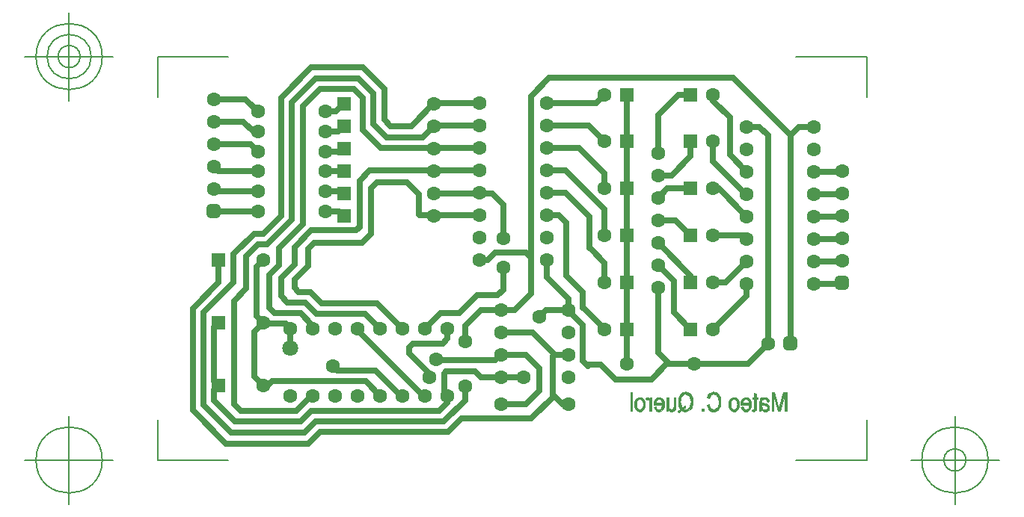
<source format=gbr>
G04 Generated by Ultiboard 14.1 *
%FSLAX34Y34*%
%MOMM*%

%ADD10C,0.0001*%
%ADD11C,0.7000*%
%ADD12C,0.0010*%
%ADD13C,0.1270*%
%ADD14C,1.6000*%
%ADD15R,1.6000X1.6000*%
%ADD16R,0.6051X0.6051*%
%ADD17C,0.9949*%
%ADD18C,1.8000*%


G04 ColorRGB 0000FF for the following layer *
%LNCopper Bottom*%
%LPD*%
G54D10*
G54D11*
X61460Y259580D02*
X66540Y264660D01*
X56380Y259580D02*
X61460Y259580D01*
X300618Y402017D02*
X310577Y402017D01*
X0Y457200D02*
X49845Y457200D01*
X2686Y479914D02*
X49975Y479914D01*
X0Y482600D02*
X2686Y479914D01*
X5503Y502497D02*
X49975Y502497D01*
X0Y508000D02*
X5503Y502497D01*
X41656Y533400D02*
X49975Y525081D01*
X0Y533400D02*
X41656Y533400D01*
X36023Y584200D02*
X49975Y570248D01*
X0Y584200D02*
X36023Y584200D01*
X141265Y547665D02*
X147320Y553720D01*
X126175Y547665D02*
X141265Y547665D01*
X138448Y570248D02*
X147320Y579120D01*
X126175Y570248D02*
X138448Y570248D01*
X144081Y525081D02*
X147320Y528320D01*
X126175Y525081D02*
X144081Y525081D01*
X126175Y502497D02*
X146897Y502497D01*
X144926Y479914D02*
X147320Y477520D01*
X126175Y479914D02*
X144926Y479914D01*
X142110Y457330D02*
X147320Y452120D01*
X126175Y457330D02*
X142110Y457330D01*
X376818Y382642D02*
X401320Y358140D01*
X376818Y402017D02*
X376818Y382642D01*
X22220Y408300D02*
X22220Y376089D01*
X55880Y431800D02*
X45720Y431800D01*
X22220Y408300D01*
X-23630Y347210D02*
X5580Y376420D01*
X5580Y401820D01*
X300618Y579817D02*
X249617Y579817D01*
X300618Y554417D02*
X249617Y554417D01*
X359147Y561830D02*
X359147Y587747D01*
X379730Y608330D02*
X588010Y608330D01*
X652780Y543560D01*
X359147Y587747D02*
X379730Y608330D01*
X376818Y579817D02*
X432982Y579817D01*
X442557Y589392D01*
X376818Y554417D02*
X424294Y554417D01*
X442557Y536154D01*
X376818Y503617D02*
X398083Y503617D01*
X376818Y529017D02*
X413323Y529017D01*
X442557Y499783D01*
X442557Y482916D01*
X418574Y347928D02*
X442557Y323944D01*
X442557Y323201D01*
X442557Y398591D02*
X442557Y376439D01*
X426720Y414428D02*
X442557Y398591D01*
X442557Y437297D02*
X442557Y429677D01*
X442557Y459143D02*
X442557Y437297D01*
X398083Y503617D02*
X442557Y459143D01*
X425477Y415671D02*
X426720Y414428D01*
X425477Y450823D02*
X425477Y415671D01*
X376818Y478217D02*
X398083Y478217D01*
X425477Y450823D01*
X376818Y452817D02*
X391107Y452817D01*
X417830Y365708D02*
X417830Y347928D01*
X399507Y444417D02*
X399507Y384031D01*
X399507Y444417D02*
X391107Y452817D01*
X399507Y384031D02*
X417830Y365708D01*
X467957Y285077D02*
X467957Y589392D01*
X515620Y284480D02*
X604520Y284480D01*
X248920Y477520D02*
X300618Y477520D01*
X310577Y402017D02*
X318770Y410210D01*
X353184Y410210D01*
X359147Y404247D01*
X-23630Y231910D02*
X14284Y193996D01*
X-23630Y347210D02*
X-23630Y231910D01*
X652780Y543560D02*
X652780Y307340D01*
X604520Y284480D02*
X627380Y307340D01*
X302260Y345440D02*
X340360Y345440D01*
X359147Y364227D02*
X340360Y345440D01*
X359147Y364227D02*
X359147Y561830D01*
X495300Y266700D02*
X514350Y285750D01*
X401320Y238760D02*
X394687Y238760D01*
X454660Y266700D02*
X495300Y266700D01*
X438395Y282965D02*
X454660Y266700D01*
X422665Y282965D02*
X438395Y282965D01*
X423935Y281695D02*
X417830Y287800D01*
X327660Y426720D02*
X327660Y464820D01*
X314960Y477520D02*
X327660Y464820D01*
X300618Y477520D02*
X314960Y477520D01*
X187128Y324222D02*
X188657Y324222D01*
X298450Y361950D02*
X321310Y361950D01*
X60851Y419800D02*
X50691Y419800D01*
X165100Y439420D02*
X161290Y435610D01*
X112457Y324222D02*
X112457Y327772D01*
X81519Y329760D02*
X87057Y324222D01*
X116140Y341060D02*
X171819Y341060D01*
X188657Y324222D01*
X185219Y353060D02*
X214057Y324222D01*
X177800Y431800D02*
X167640Y421640D01*
X165100Y491951D02*
X165100Y439420D01*
X278130Y341630D02*
X256866Y341630D01*
X239457Y324222D01*
X298450Y361950D02*
X278130Y341630D01*
X255596Y231140D02*
X264857Y240402D01*
X264857Y248967D01*
X384110Y292590D02*
X386161Y294640D01*
X401320Y294640D02*
X386161Y294640D01*
X384110Y249336D02*
X384110Y292590D01*
X237661Y248022D02*
X239457Y248022D01*
X212462Y248022D02*
X214057Y248022D01*
X163257Y322426D02*
X163257Y324222D01*
X163257Y322426D02*
X237661Y248022D01*
X172019Y264660D02*
X188657Y248022D01*
X66540Y264660D02*
X172019Y264660D01*
X265537Y207140D02*
X280647Y222250D01*
X401320Y358140D02*
X401320Y347490D01*
X400807Y345440D02*
X417830Y328417D01*
X417830Y287800D02*
X417830Y328417D01*
X375920Y345440D02*
X401320Y345440D01*
X368300Y337820D02*
X375920Y345440D01*
X236220Y541020D02*
X248920Y553720D01*
X302260Y269240D02*
X350520Y269240D01*
X295910Y275590D02*
X302260Y269240D01*
X252730Y288290D02*
X318770Y288290D01*
X251460Y289560D02*
X252730Y288290D01*
X264857Y324222D02*
X264857Y313117D01*
X259080Y307340D01*
X500Y264660D02*
X500Y325620D01*
X22220Y376089D02*
X-11500Y342369D01*
X-11500Y237602D01*
X500Y325620D02*
X5580Y330700D01*
X500Y264660D02*
X5580Y259580D01*
X500Y242572D02*
X500Y254500D01*
X5580Y259580D01*
X50691Y419800D02*
X36760Y405870D01*
X36760Y369500D02*
X36760Y405870D01*
X36760Y369500D02*
X22860Y355600D01*
X-11500Y237602D02*
X20094Y206008D01*
X500Y242572D02*
X23932Y219140D01*
X22860Y238760D02*
X30480Y231140D01*
X120649Y207140D02*
X107505Y193996D01*
X30480Y231140D02*
X93737Y231140D01*
X98708Y219140D02*
X110708Y231140D01*
X255596Y231140D01*
X23932Y219140D02*
X98708Y219140D01*
X20094Y206008D02*
X102889Y206351D01*
X115679Y219140D02*
X102889Y206351D01*
X115679Y219140D02*
X260566Y219140D01*
X14284Y193996D02*
X107505Y193996D01*
X120649Y207140D02*
X265537Y207140D01*
X22860Y355600D02*
X22860Y319296D01*
X22860Y271780D02*
X22860Y238760D01*
X359410Y222250D02*
X385303Y248143D01*
X280647Y222250D02*
X359410Y222250D01*
X394687Y238760D02*
X384110Y249336D01*
X360680Y320040D02*
X386080Y294640D01*
X325120Y320040D02*
X360680Y320040D01*
X318770Y288290D02*
X325120Y294640D01*
X353060Y294640D02*
X324174Y294640D01*
X368300Y279400D02*
X353060Y294640D01*
X325120Y238760D02*
X353060Y238760D01*
X368300Y254000D02*
X368300Y279400D01*
X353060Y238760D02*
X368300Y254000D01*
X22860Y319296D02*
X22860Y271780D01*
X57320Y329760D02*
X81519Y329760D01*
X48760Y338320D02*
X57320Y329760D01*
X56380Y401820D02*
X48760Y394200D01*
X48760Y338320D01*
X46220Y269740D02*
X56380Y259580D01*
X46220Y320540D02*
X56380Y330700D01*
X46220Y320540D02*
X46220Y269740D01*
X112457Y327772D02*
X98470Y341760D01*
X68790Y341760D01*
X62800Y347751D01*
X73660Y415639D02*
X73660Y395673D01*
X62800Y384813D02*
X73660Y395673D01*
X161290Y435610D02*
X110602Y435610D01*
X121920Y353060D02*
X185219Y353060D01*
X62800Y384813D02*
X62800Y347751D01*
X103440Y353760D02*
X116140Y341060D01*
X110602Y435610D02*
X91440Y416448D01*
X83330Y353760D02*
X103440Y353760D01*
X83330Y353760D02*
X76200Y360890D01*
X91440Y416448D02*
X91440Y396483D01*
X76200Y381243D01*
X167640Y421640D02*
X113602Y421640D01*
X76200Y381243D02*
X76200Y360890D01*
X113602Y421640D02*
X106680Y414718D01*
X109220Y365760D02*
X121920Y353060D01*
X96030Y365760D02*
X109220Y365760D01*
X96030Y365760D02*
X91440Y370350D01*
X106680Y414718D02*
X106680Y394752D01*
X91440Y379512D01*
X91440Y370350D01*
X76271Y452191D02*
X55880Y431800D01*
X88271Y447221D02*
X60851Y419800D01*
X100900Y442879D02*
X73660Y415639D01*
X76271Y452191D02*
X76271Y585331D01*
X88271Y447221D02*
X88271Y580360D01*
X100900Y442879D02*
X100900Y576019D01*
X110880Y619939D02*
X168731Y619939D01*
X100900Y576019D02*
X120821Y595939D01*
X158790Y595939D01*
X88271Y580360D02*
X115850Y607939D01*
X163761Y607939D01*
X76271Y585331D02*
X110880Y619939D01*
X232983Y452817D02*
X300618Y452817D01*
X232983Y452817D02*
X232410Y453390D01*
X232410Y476740D01*
X176766Y503617D02*
X300618Y503617D01*
X176766Y503617D02*
X165100Y491951D01*
X232410Y476740D02*
X218930Y490220D01*
X177800Y483090D02*
X184930Y490220D01*
X218930Y490220D02*
X184930Y490220D01*
X177800Y483090D02*
X177800Y431800D01*
X158790Y595939D02*
X169040Y585689D01*
X163761Y607939D02*
X181040Y590660D01*
X168731Y619939D02*
X193040Y595630D01*
X249617Y579817D02*
X223520Y553720D01*
X188870Y529017D02*
X300618Y529017D01*
X169040Y548848D02*
X188870Y529017D01*
X169040Y585689D02*
X169040Y548848D01*
X193040Y560850D02*
X200170Y553720D01*
X195900Y541020D02*
X236220Y541020D01*
X181040Y555880D02*
X195900Y541020D01*
X181040Y555880D02*
X181040Y590660D01*
X223520Y553720D02*
X200170Y553720D01*
X193040Y560850D02*
X193040Y595630D01*
X33760Y558800D02*
X44895Y547665D01*
X0Y558800D02*
X33760Y558800D01*
X44895Y547665D02*
X49975Y547665D01*
X261047Y251832D02*
X264857Y248022D01*
X261047Y273540D02*
X263098Y275590D01*
X295910Y275590D01*
X261047Y273540D02*
X261047Y251832D01*
X183624Y276860D02*
X139700Y276860D01*
X134620Y281940D01*
X212462Y248022D02*
X183624Y276860D01*
X599967Y429677D02*
X603622Y426023D01*
X603622Y361306D02*
X603622Y375223D01*
X627380Y543560D02*
X627380Y307340D01*
X679822Y400623D02*
X710503Y400623D01*
X603622Y553023D02*
X617917Y553023D01*
X679822Y553023D02*
X662243Y553023D01*
X679822Y375223D02*
X710503Y375223D01*
X662243Y553023D02*
X652780Y543560D01*
X617917Y553023D02*
X627380Y543560D01*
X679822Y426023D02*
X710503Y426023D01*
X679822Y476823D02*
X710503Y476823D01*
X679822Y502223D02*
X710503Y502223D01*
X679822Y451423D02*
X710503Y451423D01*
X565516Y323201D02*
X603622Y361306D01*
X565516Y482916D02*
X572129Y482916D01*
X565516Y429677D02*
X599967Y429677D01*
X565516Y513984D02*
X602677Y476823D01*
X572129Y482916D02*
X603622Y451423D01*
X584200Y563880D02*
X584200Y521644D01*
X565516Y536154D02*
X565516Y513984D01*
X584200Y521644D02*
X603622Y502223D01*
X565516Y589392D02*
X565516Y582564D01*
X584200Y563880D01*
X502920Y566420D02*
X502920Y523240D01*
X520700Y378460D02*
X520700Y342617D01*
X525892Y589392D02*
X502920Y566420D01*
X502920Y447040D02*
X522754Y447040D01*
X502920Y396240D02*
X520700Y378460D01*
X502920Y497840D02*
X518160Y497840D01*
X502920Y472440D02*
X513396Y482916D01*
X502920Y297180D02*
X502920Y370840D01*
X515620Y284480D02*
X502920Y297180D01*
X520700Y342617D02*
X540116Y323201D01*
X518160Y497840D02*
X540116Y519796D01*
X522754Y447040D02*
X540116Y429677D01*
X513396Y482916D02*
X540116Y482916D01*
X540116Y589392D02*
X525892Y589392D01*
X540116Y519796D02*
X540116Y536154D01*
X540116Y384444D02*
X540116Y376439D01*
X502920Y421640D02*
X540116Y384444D01*
X565516Y376439D02*
X579438Y376439D01*
X603622Y400623D01*
X302260Y345440D02*
X284480Y327660D01*
X284480Y309880D01*
X284480Y259080D02*
X284480Y243054D01*
X260566Y219140D02*
X284480Y243054D01*
X86360Y302260D02*
X86360Y322580D01*
X259080Y307340D02*
X228600Y307340D01*
X226060Y307340D02*
X225570Y307340D01*
X220980Y302750D02*
X225570Y307340D01*
X220980Y296436D02*
X243840Y273576D01*
X243840Y269240D01*
X220980Y302750D02*
X220980Y296436D01*
X93737Y231140D02*
X109675Y247077D01*
X112457Y247077D01*
X327660Y368300D02*
X327660Y393700D01*
X321310Y361950D02*
X327660Y368300D01*
G54D12*
G36*
X633992Y248587D02*
X633992Y248587D01*
X633992Y230627D01*
X631751Y230627D01*
X633992Y248587D01*
D02*
G37*
X633992Y230627D01*
X631751Y230627D01*
X633992Y248587D01*
G36*
X633992Y248587D01*
X631751Y230627D01*
X631751Y252102D01*
X633992Y248587D01*
D02*
G37*
X631751Y230627D01*
X631751Y252102D01*
X633992Y248587D01*
G36*
X633992Y248587D01*
X631751Y252102D01*
X634886Y252102D01*
X633992Y248587D01*
D02*
G37*
X631751Y252102D01*
X634886Y252102D01*
X633992Y248587D01*
G36*
X633992Y248587D01*
X634886Y252102D01*
X639127Y230627D01*
X633992Y248587D01*
D02*
G37*
X634886Y252102D01*
X639127Y230627D01*
X633992Y248587D01*
G36*
X640885Y236896D02*
X640885Y236896D01*
X641220Y230627D01*
X640049Y233718D01*
X640885Y236896D01*
D02*
G37*
X641220Y230627D01*
X640049Y233718D01*
X640885Y236896D01*
G36*
X641220Y230627D02*
X641220Y230627D01*
X640885Y236896D01*
X645065Y252102D01*
X641220Y230627D01*
D02*
G37*
X640885Y236896D01*
X645065Y252102D01*
X641220Y230627D01*
G36*
X645065Y252102D02*
X645065Y252102D01*
X646326Y248896D01*
X641220Y230627D01*
X645065Y252102D01*
D02*
G37*
X646326Y248896D01*
X641220Y230627D01*
X645065Y252102D01*
G36*
X646326Y248896D02*
X646326Y248896D01*
X645065Y252102D01*
X648567Y252102D01*
X646326Y248896D01*
D02*
G37*
X645065Y252102D01*
X648567Y252102D01*
X646326Y248896D01*
G36*
X648567Y252102D02*
X648567Y252102D01*
X646326Y230627D01*
X646326Y248896D01*
X648567Y252102D01*
D02*
G37*
X646326Y230627D01*
X646326Y248896D01*
X648567Y252102D01*
G36*
X646326Y230627D02*
X646326Y230627D01*
X648567Y252102D01*
X648567Y230627D01*
X646326Y230627D01*
D02*
G37*
X648567Y252102D01*
X648567Y230627D01*
X646326Y230627D01*
G36*
X639127Y230627D02*
X639127Y230627D01*
X634886Y252102D01*
X639110Y237160D01*
X639127Y230627D01*
D02*
G37*
X634886Y252102D01*
X639110Y237160D01*
X639127Y230627D01*
G36*
X639127Y230627D01*
X639110Y237160D01*
X639660Y235172D01*
X639127Y230627D01*
D02*
G37*
X639110Y237160D01*
X639660Y235172D01*
X639127Y230627D01*
G36*
X639127Y230627D01*
X639660Y235172D01*
X640049Y233718D01*
X639127Y230627D01*
D02*
G37*
X639660Y235172D01*
X640049Y233718D01*
X639127Y230627D01*
G36*
X639127Y230627D01*
X640049Y233718D01*
X641220Y230627D01*
X639127Y230627D01*
D02*
G37*
X640049Y233718D01*
X641220Y230627D01*
X639127Y230627D01*
G36*
X628981Y233748D02*
X628981Y233748D01*
X628388Y232129D01*
X628499Y237102D01*
X628981Y233748D01*
D02*
G37*
X628388Y232129D01*
X628499Y237102D01*
X628981Y233748D01*
G36*
X628981Y233748D01*
X628499Y237102D01*
X628916Y235985D01*
X628981Y233748D01*
D02*
G37*
X628499Y237102D01*
X628916Y235985D01*
X628981Y233748D01*
G36*
X628981Y233748D01*
X628916Y235985D01*
X629055Y234714D01*
X628981Y233748D01*
D02*
G37*
X628916Y235985D01*
X629055Y234714D01*
X628981Y233748D01*
G36*
X626975Y238728D02*
X626975Y238728D01*
X627225Y230951D01*
X626755Y234787D01*
X626975Y238728D01*
D02*
G37*
X627225Y230951D01*
X626755Y234787D01*
X626975Y238728D01*
G36*
X627225Y230951D02*
X627225Y230951D01*
X626975Y238728D01*
X627839Y238028D01*
X627225Y230951D01*
D02*
G37*
X626975Y238728D01*
X627839Y238028D01*
X627225Y230951D01*
G36*
X627839Y238028D02*
X627839Y238028D01*
X627869Y231477D01*
X627225Y230951D01*
X627839Y238028D01*
D02*
G37*
X627869Y231477D01*
X627225Y230951D01*
X627839Y238028D01*
G36*
X627869Y231477D02*
X627869Y231477D01*
X627839Y238028D01*
X628499Y237102D01*
X627869Y231477D01*
D02*
G37*
X627839Y238028D01*
X628499Y237102D01*
X627869Y231477D01*
G36*
X628499Y237102D02*
X628499Y237102D01*
X628388Y232129D01*
X627869Y231477D01*
X628499Y237102D01*
D02*
G37*
X628388Y232129D01*
X627869Y231477D01*
X628499Y237102D01*
G36*
X622061Y232941D02*
X622061Y232941D01*
X622258Y230847D01*
X621235Y233643D01*
X622061Y232941D01*
D02*
G37*
X622258Y230847D01*
X621235Y233643D01*
X622061Y232941D01*
G36*
X622258Y230847D02*
X622258Y230847D01*
X622061Y232941D01*
X623059Y232491D01*
X622258Y230847D01*
D02*
G37*
X622061Y232941D01*
X623059Y232491D01*
X622258Y230847D01*
G36*
X623059Y232491D02*
X623059Y232491D01*
X623452Y230418D01*
X622258Y230847D01*
X623059Y232491D01*
D02*
G37*
X623452Y230418D01*
X622258Y230847D01*
X623059Y232491D01*
G36*
X623452Y230418D02*
X623452Y230418D01*
X623059Y232491D01*
X624163Y232341D01*
X623452Y230418D01*
D02*
G37*
X623059Y232491D01*
X624163Y232341D01*
X623452Y230418D01*
G36*
X624163Y232341D02*
X624163Y232341D01*
X624690Y230276D01*
X623452Y230418D01*
X624163Y232341D01*
D02*
G37*
X624690Y230276D01*
X623452Y230418D01*
X624163Y232341D01*
G36*
X624690Y230276D02*
X624690Y230276D01*
X624163Y232341D01*
X625247Y232507D01*
X624690Y230276D01*
D02*
G37*
X624163Y232341D01*
X625247Y232507D01*
X624690Y230276D01*
G36*
X625247Y232507D02*
X625247Y232507D01*
X625636Y230351D01*
X624690Y230276D01*
X625247Y232507D01*
D02*
G37*
X625636Y230351D01*
X624690Y230276D01*
X625247Y232507D01*
G36*
X625636Y230351D02*
X625636Y230351D01*
X625247Y232507D01*
X626067Y233007D01*
X625636Y230351D01*
D02*
G37*
X625247Y232507D01*
X626067Y233007D01*
X625636Y230351D01*
G36*
X626067Y233007D02*
X626067Y233007D01*
X627225Y230951D01*
X625636Y230351D01*
X626067Y233007D01*
D02*
G37*
X627225Y230951D01*
X625636Y230351D01*
X626067Y233007D01*
G36*
X627225Y230951D02*
X627225Y230951D01*
X626067Y233007D01*
X626583Y233785D01*
X627225Y230951D01*
D02*
G37*
X626067Y233007D01*
X626583Y233785D01*
X627225Y230951D01*
G36*
X626583Y233785D02*
X626583Y233785D01*
X626755Y234787D01*
X627225Y230951D01*
X626583Y233785D01*
D02*
G37*
X626755Y234787D01*
X627225Y230951D01*
X626583Y233785D01*
G36*
X621108Y231557D02*
X621108Y231557D01*
X620003Y232546D01*
X620296Y235778D01*
X621108Y231557D01*
D02*
G37*
X620003Y232546D01*
X620296Y235778D01*
X621108Y231557D01*
G36*
X621108Y231557D01*
X620296Y235778D01*
X620647Y234545D01*
X621108Y231557D01*
D02*
G37*
X620296Y235778D01*
X620647Y234545D01*
X621108Y231557D01*
G36*
X621108Y231557D01*
X620647Y234545D01*
X621235Y233643D01*
X621108Y231557D01*
D02*
G37*
X620647Y234545D01*
X621235Y233643D01*
X621108Y231557D01*
G36*
X621108Y231557D01*
X621235Y233643D01*
X622258Y230847D01*
X621108Y231557D01*
D02*
G37*
X621235Y233643D01*
X622258Y230847D01*
X621108Y231557D01*
G36*
X621654Y237893D02*
X621654Y237893D01*
X621760Y240016D01*
X623709Y237438D01*
X621654Y237893D01*
D02*
G37*
X621760Y240016D01*
X623709Y237438D01*
X621654Y237893D01*
G36*
X621760Y240016D02*
X621760Y240016D01*
X621654Y237893D01*
X620178Y238435D01*
X621760Y240016D01*
D02*
G37*
X621654Y237893D01*
X620178Y238435D01*
X621760Y240016D01*
G36*
X620178Y238435D02*
X620178Y238435D01*
X620178Y240515D01*
X621760Y240016D01*
X620178Y238435D01*
D02*
G37*
X620178Y240515D01*
X621760Y240016D01*
X620178Y238435D01*
G36*
X620178Y240515D02*
X620178Y240515D01*
X620178Y237468D01*
X620178Y240515D01*
D02*
G37*
X620178Y237468D01*
X620178Y240515D01*
G36*
X620178Y237468D02*
X620178Y237468D01*
X620164Y241188D01*
X620178Y240515D01*
X620178Y237468D01*
D02*
G37*
X620164Y241188D01*
X620178Y240515D01*
X620178Y237468D01*
G36*
X620164Y241188D02*
X620164Y241188D01*
X620178Y237468D01*
X620003Y232546D01*
X620164Y241188D01*
D02*
G37*
X620178Y237468D01*
X620003Y232546D01*
X620164Y241188D01*
G36*
X620003Y232546D02*
X620003Y232546D01*
X619841Y231510D01*
X620164Y241188D01*
X620003Y232546D01*
D02*
G37*
X619841Y231510D01*
X620164Y241188D01*
X620003Y232546D01*
G36*
X626975Y238728D02*
X626975Y238728D01*
X626755Y234787D01*
X626680Y235463D01*
X626975Y238728D01*
D02*
G37*
X626755Y234787D01*
X626680Y235463D01*
X626975Y238728D01*
G36*
X626975Y238728D01*
X626680Y235463D01*
X626455Y236054D01*
X626975Y238728D01*
D02*
G37*
X626680Y235463D01*
X626455Y236054D01*
X626975Y238728D01*
G36*
X626975Y238728D01*
X626455Y236054D01*
X626094Y236541D01*
X626975Y238728D01*
D02*
G37*
X626455Y236054D01*
X626094Y236541D01*
X626975Y238728D01*
G36*
X626975Y238728D01*
X626094Y236541D01*
X625759Y239237D01*
X626975Y238728D01*
D02*
G37*
X626094Y236541D01*
X625759Y239237D01*
X626975Y238728D01*
G36*
X625613Y236904D02*
X625613Y236904D01*
X625759Y239237D01*
X626094Y236541D01*
X625613Y236904D01*
D02*
G37*
X625759Y239237D01*
X626094Y236541D01*
X625613Y236904D01*
G36*
X625759Y239237D02*
X625759Y239237D01*
X625613Y236904D01*
X624866Y237188D01*
X625759Y239237D01*
D02*
G37*
X625613Y236904D01*
X624866Y237188D01*
X625759Y239237D01*
G36*
X624866Y237188D02*
X624866Y237188D01*
X624046Y239592D01*
X625759Y239237D01*
X624866Y237188D01*
D02*
G37*
X624046Y239592D01*
X625759Y239237D01*
X624866Y237188D01*
G36*
X624046Y239592D02*
X624046Y239592D01*
X624866Y237188D01*
X623709Y237438D01*
X624046Y239592D01*
D02*
G37*
X624866Y237188D01*
X623709Y237438D01*
X624046Y239592D01*
G36*
X623709Y237438D02*
X623709Y237438D01*
X621760Y240016D01*
X624046Y239592D01*
X623709Y237438D01*
D02*
G37*
X621760Y240016D01*
X624046Y239592D01*
X623709Y237438D01*
G36*
X628689Y241745D02*
X628689Y241745D01*
X626565Y241394D01*
X626851Y245393D01*
X628689Y241745D01*
D02*
G37*
X626565Y241394D01*
X626851Y245393D01*
X628689Y241745D01*
G36*
X628689Y241745D01*
X626851Y245393D01*
X627485Y244736D01*
X628689Y241745D01*
D02*
G37*
X626851Y245393D01*
X627485Y244736D01*
X628689Y241745D01*
G36*
X628689Y241745D01*
X627485Y244736D01*
X628404Y242912D01*
X628689Y241745D01*
D02*
G37*
X627485Y244736D01*
X628404Y242912D01*
X628689Y241745D01*
G36*
X626115Y242842D02*
X626115Y242842D01*
X625466Y243742D01*
X626084Y245892D01*
X626115Y242842D01*
D02*
G37*
X625466Y243742D01*
X626084Y245892D01*
X626115Y242842D01*
G36*
X626115Y242842D01*
X626084Y245892D01*
X626851Y245393D01*
X626115Y242842D01*
D02*
G37*
X626084Y245892D01*
X626851Y245393D01*
X626115Y242842D01*
G36*
X626115Y242842D01*
X626851Y245393D01*
X626565Y241394D01*
X626115Y242842D01*
D02*
G37*
X626851Y245393D01*
X626565Y241394D01*
X626115Y242842D01*
G36*
X622888Y246535D02*
X622888Y246535D01*
X623211Y244367D01*
X622430Y244309D01*
X622888Y246535D01*
D02*
G37*
X623211Y244367D01*
X622430Y244309D01*
X622888Y246535D01*
G36*
X623211Y244367D02*
X623211Y244367D01*
X622888Y246535D01*
X624103Y246464D01*
X623211Y244367D01*
D02*
G37*
X622888Y246535D01*
X624103Y246464D01*
X623211Y244367D01*
G36*
X624103Y246464D02*
X624103Y246464D01*
X624529Y244211D01*
X623211Y244367D01*
X624103Y246464D01*
D02*
G37*
X624529Y244211D01*
X623211Y244367D01*
X624103Y246464D01*
G36*
X624529Y244211D02*
X624529Y244211D01*
X624103Y246464D01*
X626084Y245892D01*
X624529Y244211D01*
D02*
G37*
X624103Y246464D01*
X626084Y245892D01*
X624529Y244211D01*
G36*
X626084Y245892D02*
X626084Y245892D01*
X625466Y243742D01*
X624529Y244211D01*
X626084Y245892D01*
D02*
G37*
X625466Y243742D01*
X624529Y244211D01*
X626084Y245892D01*
G36*
X621192Y243840D02*
X621192Y243840D01*
X620735Y243430D01*
X621098Y246347D01*
X621192Y243840D01*
D02*
G37*
X620735Y243430D01*
X621098Y246347D01*
X621192Y243840D01*
G36*
X621192Y243840D01*
X621098Y246347D01*
X622888Y246535D01*
X621192Y243840D01*
D02*
G37*
X621098Y246347D01*
X622888Y246535D01*
X621192Y243840D01*
G36*
X621192Y243840D01*
X622888Y246535D01*
X622430Y244309D01*
X621192Y243840D01*
D02*
G37*
X622888Y246535D01*
X622430Y244309D01*
X621192Y243840D01*
G36*
X620306Y242547D02*
X620306Y242547D01*
X620164Y241188D01*
X619739Y245781D01*
X620306Y242547D01*
D02*
G37*
X620164Y241188D01*
X619739Y245781D01*
X620306Y242547D01*
G36*
X620306Y242547D01*
X619739Y245781D01*
X621098Y246347D01*
X620306Y242547D01*
D02*
G37*
X619739Y245781D01*
X621098Y246347D01*
X620306Y242547D01*
G36*
X620306Y242547D01*
X621098Y246347D01*
X620735Y243430D01*
X620306Y242547D01*
D02*
G37*
X621098Y246347D01*
X620735Y243430D01*
X620306Y242547D01*
G36*
X618807Y244937D02*
X618807Y244937D01*
X619563Y230627D01*
X618296Y243913D01*
X618807Y244937D01*
D02*
G37*
X619563Y230627D01*
X618296Y243913D01*
X618807Y244937D01*
G36*
X619563Y230627D02*
X619563Y230627D01*
X618807Y244937D01*
X619739Y245781D01*
X619563Y230627D01*
D02*
G37*
X618807Y244937D01*
X619739Y245781D01*
X619563Y230627D01*
G36*
X619739Y245781D02*
X619739Y245781D01*
X619841Y231510D01*
X619563Y230627D01*
X619739Y245781D01*
D02*
G37*
X619841Y231510D01*
X619563Y230627D01*
X619739Y245781D01*
G36*
X619841Y231510D02*
X619841Y231510D01*
X619739Y245781D01*
X620164Y241188D01*
X619841Y231510D01*
D02*
G37*
X619739Y245781D01*
X620164Y241188D01*
X619841Y231510D01*
G36*
X619563Y230627D02*
X619563Y230627D01*
X617307Y230627D01*
X617650Y231548D01*
X619563Y230627D01*
D02*
G37*
X617307Y230627D01*
X617650Y231548D01*
X619563Y230627D01*
G36*
X619563Y230627D01*
X617650Y231548D01*
X617857Y232495D01*
X619563Y230627D01*
D02*
G37*
X617650Y231548D01*
X617857Y232495D01*
X619563Y230627D01*
G36*
X619563Y230627D01*
X617857Y232495D01*
X617961Y234137D01*
X619563Y230627D01*
D02*
G37*
X617857Y232495D01*
X617961Y234137D01*
X619563Y230627D01*
G36*
X619563Y230627D01*
X617961Y234137D01*
X617996Y237145D01*
X619563Y230627D01*
D02*
G37*
X617961Y234137D01*
X617996Y237145D01*
X619563Y230627D01*
G36*
X619563Y230627D01*
X617996Y237145D01*
X618071Y242543D01*
X619563Y230627D01*
D02*
G37*
X617996Y237145D01*
X618071Y242543D01*
X619563Y230627D01*
G36*
X619563Y230627D01*
X618071Y242543D01*
X618296Y243913D01*
X619563Y230627D01*
D02*
G37*
X618071Y242543D01*
X618296Y243913D01*
X619563Y230627D01*
G36*
X618071Y242543D02*
X618071Y242543D01*
X617996Y237145D01*
X617996Y240661D01*
X618071Y242543D01*
D02*
G37*
X617996Y237145D01*
X617996Y240661D01*
X618071Y242543D01*
G36*
X620296Y235778D02*
X620296Y235778D01*
X620003Y232546D01*
X620178Y237468D01*
X620296Y235778D01*
D02*
G37*
X620003Y232546D01*
X620178Y237468D01*
X620296Y235778D01*
G36*
X611957Y234000D02*
X611957Y234000D01*
X612158Y230534D01*
X611814Y233410D01*
X611957Y234000D01*
D02*
G37*
X612158Y230534D01*
X611814Y233410D01*
X611957Y234000D01*
G36*
X612158Y230534D02*
X612158Y230534D01*
X611957Y234000D01*
X612004Y235036D01*
X612158Y230534D01*
D02*
G37*
X611957Y234000D01*
X612004Y235036D01*
X612158Y230534D01*
G36*
X612004Y235036D02*
X612004Y235036D01*
X614158Y250036D01*
X612158Y230534D01*
X612004Y235036D01*
D02*
G37*
X614158Y250036D01*
X612158Y230534D01*
X612004Y235036D01*
G36*
X614158Y250036D02*
X614158Y250036D01*
X612004Y235036D01*
X612004Y244133D01*
X614158Y250036D01*
D02*
G37*
X612004Y235036D01*
X612004Y244133D01*
X614158Y250036D01*
G36*
X612004Y244133D02*
X612004Y244133D01*
X612004Y246184D01*
X614158Y250036D01*
X612004Y244133D01*
D02*
G37*
X612004Y246184D01*
X614158Y250036D01*
X612004Y244133D01*
G36*
X612004Y246184D02*
X612004Y246184D01*
X612004Y244133D01*
X609822Y244133D01*
X612004Y246184D01*
D02*
G37*
X612004Y244133D01*
X609822Y244133D01*
X612004Y246184D01*
G36*
X609822Y244133D02*
X609822Y244133D01*
X609822Y246184D01*
X612004Y246184D01*
X609822Y244133D01*
D02*
G37*
X609822Y246184D01*
X612004Y246184D01*
X609822Y244133D01*
G36*
X610353Y232908D02*
X610353Y232908D01*
X610379Y230481D01*
X609822Y232985D01*
X610353Y232908D01*
D02*
G37*
X610379Y230481D01*
X609822Y232985D01*
X610353Y232908D01*
G36*
X610379Y230481D02*
X610379Y230481D01*
X610353Y232908D01*
X610774Y232883D01*
X610379Y230481D01*
D02*
G37*
X610353Y232908D01*
X610774Y232883D01*
X610379Y230481D01*
G36*
X610774Y232883D02*
X610774Y232883D01*
X611140Y230422D01*
X610379Y230481D01*
X610774Y232883D01*
D02*
G37*
X611140Y230422D01*
X610379Y230481D01*
X610774Y232883D01*
G36*
X611140Y230422D02*
X611140Y230422D01*
X610774Y232883D01*
X611415Y233015D01*
X611140Y230422D01*
D02*
G37*
X610774Y232883D01*
X611415Y233015D01*
X611140Y230422D01*
G36*
X611415Y233015D02*
X611415Y233015D01*
X612158Y230534D01*
X611140Y230422D01*
X611415Y233015D01*
D02*
G37*
X612158Y230534D01*
X611140Y230422D01*
X611415Y233015D01*
G36*
X612158Y230534D02*
X612158Y230534D01*
X611415Y233015D01*
X611814Y233410D01*
X612158Y230534D01*
D02*
G37*
X611415Y233015D01*
X611814Y233410D01*
X612158Y230534D01*
G36*
X614158Y250036D02*
X614158Y250036D01*
X614158Y235183D01*
X614094Y233253D01*
X614158Y250036D01*
D02*
G37*
X614158Y235183D01*
X614094Y233253D01*
X614158Y250036D01*
G36*
X614158Y235183D02*
X614158Y235183D01*
X614158Y250036D01*
X614158Y246184D01*
X614158Y235183D01*
D02*
G37*
X614158Y250036D01*
X614158Y246184D01*
X614158Y235183D01*
G36*
X614158Y246184D02*
X614158Y246184D01*
X614158Y235183D01*
X614158Y246184D01*
D02*
G37*
X614158Y235183D01*
X614158Y246184D01*
G36*
X614158Y244133D02*
X614158Y244133D01*
X614158Y246184D01*
X615740Y246184D01*
X614158Y244133D01*
D02*
G37*
X614158Y246184D01*
X615740Y246184D01*
X614158Y244133D01*
G36*
X615740Y246184D02*
X615740Y246184D01*
X615740Y244133D01*
X614158Y244133D01*
X615740Y246184D01*
D02*
G37*
X615740Y244133D01*
X614158Y244133D01*
X615740Y246184D01*
G36*
X614158Y250036D02*
X614158Y250036D01*
X614094Y233253D01*
X613901Y232092D01*
X614158Y250036D01*
D02*
G37*
X614094Y233253D01*
X613901Y232092D01*
X614158Y250036D01*
G36*
X614158Y250036D01*
X613901Y232092D01*
X613537Y231398D01*
X614158Y250036D01*
D02*
G37*
X613901Y232092D01*
X613537Y231398D01*
X614158Y250036D01*
G36*
X614158Y250036D01*
X613537Y231398D01*
X612957Y230869D01*
X614158Y250036D01*
D02*
G37*
X613537Y231398D01*
X612957Y230869D01*
X614158Y250036D01*
G36*
X614158Y250036D01*
X612957Y230869D01*
X612158Y230534D01*
X614158Y250036D01*
D02*
G37*
X612957Y230869D01*
X612158Y230534D01*
X614158Y250036D01*
G36*
X614158Y250036D01*
X612004Y246184D01*
X612004Y251618D01*
X614158Y250036D01*
D02*
G37*
X612004Y246184D01*
X612004Y251618D01*
X614158Y250036D01*
G36*
X609822Y232985D02*
X609822Y232985D01*
X610379Y230481D01*
X609529Y230656D01*
X609822Y232985D01*
D02*
G37*
X610379Y230481D01*
X609529Y230656D01*
X609822Y232985D01*
G36*
X608428Y236446D02*
X608428Y236446D01*
X608427Y240168D01*
X608533Y238273D01*
X608428Y236446D01*
D02*
G37*
X608427Y240168D01*
X608533Y238273D01*
X608428Y236446D01*
G36*
X608427Y240168D02*
X608427Y240168D01*
X608428Y236446D01*
X607589Y233477D01*
X608427Y240168D01*
D02*
G37*
X608428Y236446D01*
X607589Y233477D01*
X608427Y240168D01*
G36*
X607589Y233477D02*
X607589Y233477D01*
X607581Y243241D01*
X608427Y240168D01*
X607589Y233477D01*
D02*
G37*
X607581Y243241D01*
X608427Y240168D01*
X607589Y233477D01*
G36*
X607581Y243241D02*
X607581Y243241D01*
X607589Y233477D01*
X606856Y232333D01*
X607581Y243241D01*
D02*
G37*
X607589Y233477D01*
X606856Y232333D01*
X607581Y243241D01*
G36*
X606856Y232333D02*
X606856Y232333D01*
X606841Y244418D01*
X607581Y243241D01*
X606856Y232333D01*
D02*
G37*
X606841Y244418D01*
X607581Y243241D01*
X606856Y232333D01*
G36*
X606841Y244418D02*
X606841Y244418D01*
X606856Y232333D01*
X606306Y237731D01*
X606841Y244418D01*
D02*
G37*
X606856Y232333D01*
X606306Y237731D01*
X606841Y244418D01*
G36*
X606306Y237731D02*
X606306Y237731D01*
X606174Y239899D01*
X606841Y244418D01*
X606306Y237731D01*
D02*
G37*
X606174Y239899D01*
X606841Y244418D01*
X606306Y237731D01*
G36*
X606174Y239899D02*
X606174Y239899D01*
X606306Y237731D01*
X599055Y239899D01*
X606174Y239899D01*
D02*
G37*
X606306Y237731D01*
X599055Y239899D01*
X606174Y239899D01*
G36*
X599920Y242917D02*
X599920Y242917D01*
X601370Y246405D01*
X600475Y243551D01*
X599920Y242917D01*
D02*
G37*
X601370Y246405D01*
X600475Y243551D01*
X599920Y242917D01*
G36*
X601370Y246405D02*
X601370Y246405D01*
X599920Y242917D01*
X599345Y241665D01*
X601370Y246405D01*
D02*
G37*
X599920Y242917D01*
X599345Y241665D01*
X601370Y246405D01*
G36*
X599345Y241665D02*
X599345Y241665D01*
X599304Y245365D01*
X601370Y246405D01*
X599345Y241665D01*
D02*
G37*
X599304Y245365D01*
X601370Y246405D01*
X599345Y241665D01*
G36*
X599304Y245365D02*
X599304Y245365D01*
X599345Y241665D01*
X599055Y239899D01*
X599304Y245365D01*
D02*
G37*
X599345Y241665D01*
X599055Y239899D01*
X599304Y245365D01*
G36*
X599055Y239899D02*
X599055Y239899D01*
X598425Y244455D01*
X599304Y245365D01*
X599055Y239899D01*
D02*
G37*
X598425Y244455D01*
X599304Y245365D01*
X599055Y239899D01*
G36*
X598425Y244455D02*
X598425Y244455D01*
X599055Y239899D01*
X597701Y243299D01*
X598425Y244455D01*
D02*
G37*
X599055Y239899D01*
X597701Y243299D01*
X598425Y244455D01*
G36*
X596874Y240288D02*
X596874Y240288D01*
X597701Y243299D01*
X599055Y239899D01*
X596874Y240288D01*
D02*
G37*
X597701Y243299D01*
X599055Y239899D01*
X596874Y240288D01*
G36*
X596874Y240288D01*
X599055Y239899D01*
X606306Y237731D01*
X596874Y240288D01*
D02*
G37*
X599055Y239899D01*
X606306Y237731D01*
X596874Y240288D01*
G36*
X596874Y240288D01*
X606306Y237731D01*
X596785Y237731D01*
X596874Y240288D01*
D02*
G37*
X606306Y237731D01*
X596785Y237731D01*
X596874Y240288D01*
G36*
X596874Y240288D01*
X596785Y237731D01*
X596770Y238435D01*
X596874Y240288D01*
D02*
G37*
X596785Y237731D01*
X596770Y238435D01*
X596874Y240288D01*
G36*
X605573Y234523D02*
X605573Y234523D01*
X605952Y231433D01*
X605090Y233776D01*
X605573Y234523D01*
D02*
G37*
X605952Y231433D01*
X605090Y233776D01*
X605573Y234523D01*
G36*
X605952Y231433D02*
X605952Y231433D01*
X605573Y234523D01*
X606181Y236501D01*
X605952Y231433D01*
D02*
G37*
X605573Y234523D01*
X606181Y236501D01*
X605952Y231433D01*
G36*
X606181Y236501D02*
X606181Y236501D01*
X606856Y232333D01*
X605952Y231433D01*
X606181Y236501D01*
D02*
G37*
X606856Y232333D01*
X605952Y231433D01*
X606181Y236501D01*
G36*
X606856Y232333D02*
X606856Y232333D01*
X606181Y236501D01*
X606306Y237731D01*
X606856Y232333D01*
D02*
G37*
X606181Y236501D01*
X606306Y237731D01*
X606856Y232333D01*
G36*
X601330Y232643D02*
X601330Y232643D01*
X601435Y230355D01*
X599638Y234240D01*
X601330Y232643D01*
D02*
G37*
X601435Y230355D01*
X599638Y234240D01*
X601330Y232643D01*
G36*
X601435Y230355D02*
X601435Y230355D01*
X601330Y232643D01*
X602454Y232443D01*
X601435Y230355D01*
D02*
G37*
X601330Y232643D01*
X602454Y232443D01*
X601435Y230355D01*
G36*
X602454Y232443D02*
X602454Y232443D01*
X602468Y230276D01*
X601435Y230355D01*
X602454Y232443D01*
D02*
G37*
X602468Y230276D01*
X601435Y230355D01*
X602454Y232443D01*
G36*
X602468Y230276D02*
X602468Y230276D01*
X602454Y232443D01*
X603201Y232527D01*
X602468Y230276D01*
D02*
G37*
X602454Y232443D01*
X603201Y232527D01*
X602468Y230276D01*
G36*
X603201Y232527D02*
X603201Y232527D01*
X603759Y230404D01*
X602468Y230276D01*
X603201Y232527D01*
D02*
G37*
X603759Y230404D01*
X602468Y230276D01*
X603201Y232527D01*
G36*
X603759Y230404D02*
X603759Y230404D01*
X603201Y232527D01*
X604519Y233193D01*
X603759Y230404D01*
D02*
G37*
X603201Y232527D01*
X604519Y233193D01*
X603759Y230404D01*
G36*
X604519Y233193D02*
X604519Y233193D01*
X605952Y231433D01*
X603759Y230404D01*
X604519Y233193D01*
D02*
G37*
X605952Y231433D01*
X603759Y230404D01*
X604519Y233193D01*
G36*
X605952Y231433D02*
X605952Y231433D01*
X604519Y233193D01*
X605090Y233776D01*
X605952Y231433D01*
D02*
G37*
X604519Y233193D01*
X605090Y233776D01*
X605952Y231433D01*
G36*
X599630Y230988D02*
X599630Y230988D01*
X598858Y231542D01*
X599070Y235637D01*
X599630Y230988D01*
D02*
G37*
X598858Y231542D01*
X599070Y235637D01*
X599630Y230988D01*
G36*
X599630Y230988D01*
X599070Y235637D01*
X599638Y234240D01*
X599630Y230988D01*
D02*
G37*
X599070Y235637D01*
X599638Y234240D01*
X599630Y230988D01*
G36*
X599630Y230988D01*
X599638Y234240D01*
X601435Y230355D01*
X599630Y230988D01*
D02*
G37*
X599638Y234240D01*
X601435Y230355D01*
X599630Y230988D01*
G36*
X599070Y235637D02*
X599070Y235637D01*
X598858Y231542D01*
X598185Y232252D01*
X599070Y235637D01*
D02*
G37*
X598858Y231542D01*
X598185Y232252D01*
X599070Y235637D01*
G36*
X599070Y235637D01*
X598185Y232252D01*
X597178Y234131D01*
X599070Y235637D01*
D02*
G37*
X598185Y232252D01*
X597178Y234131D01*
X599070Y235637D01*
G36*
X599070Y235637D01*
X597178Y234131D01*
X596843Y235300D01*
X599070Y235637D01*
D02*
G37*
X597178Y234131D01*
X596843Y235300D01*
X599070Y235637D01*
G36*
X606065Y240872D02*
X606065Y240872D01*
X605501Y242502D01*
X605939Y245344D01*
X606065Y240872D01*
D02*
G37*
X605501Y242502D01*
X605939Y245344D01*
X606065Y240872D01*
G36*
X606065Y240872D01*
X605939Y245344D01*
X606841Y244418D01*
X606065Y240872D01*
D02*
G37*
X605939Y245344D01*
X606841Y244418D01*
X606065Y240872D01*
G36*
X606065Y240872D01*
X606841Y244418D01*
X606174Y239899D01*
X606065Y240872D01*
D02*
G37*
X606841Y244418D01*
X606174Y239899D01*
X606065Y240872D01*
G36*
X605046Y243159D02*
X605046Y243159D01*
X605939Y245344D01*
X605501Y242502D01*
X605046Y243159D01*
D02*
G37*
X605939Y245344D01*
X605501Y242502D01*
X605046Y243159D01*
G36*
X605939Y245344D02*
X605939Y245344D01*
X605046Y243159D01*
X604507Y243687D01*
X605939Y245344D01*
D02*
G37*
X605046Y243159D01*
X604507Y243687D01*
X605939Y245344D01*
G36*
X604507Y243687D02*
X604507Y243687D01*
X603796Y246403D01*
X605939Y245344D01*
X604507Y243687D01*
D02*
G37*
X603796Y246403D01*
X605939Y245344D01*
X604507Y243687D01*
G36*
X603796Y246403D02*
X603796Y246403D01*
X604507Y243687D01*
X603269Y244292D01*
X603796Y246403D01*
D02*
G37*
X604507Y243687D01*
X603269Y244292D01*
X603796Y246403D01*
G36*
X603269Y244292D02*
X603269Y244292D01*
X602571Y244367D01*
X603796Y246403D01*
X603269Y244292D01*
D02*
G37*
X602571Y244367D01*
X603796Y246403D01*
X603269Y244292D01*
G36*
X601370Y246405D02*
X601370Y246405D01*
X601801Y244277D01*
X600475Y243551D01*
X601370Y246405D01*
D02*
G37*
X601801Y244277D01*
X600475Y243551D01*
X601370Y246405D01*
G36*
X601801Y244277D02*
X601801Y244277D01*
X601370Y246405D01*
X602556Y246535D01*
X601801Y244277D01*
D02*
G37*
X601370Y246405D01*
X602556Y246535D01*
X601801Y244277D01*
G36*
X602556Y246535D02*
X602556Y246535D01*
X602571Y244367D01*
X601801Y244277D01*
X602556Y246535D01*
D02*
G37*
X602571Y244367D01*
X601801Y244277D01*
X602556Y246535D01*
G36*
X602571Y244367D02*
X602571Y244367D01*
X602556Y246535D01*
X603796Y246403D01*
X602571Y244367D01*
D02*
G37*
X602556Y246535D01*
X603796Y246403D01*
X602571Y244367D01*
G36*
X592095Y234751D02*
X592095Y234751D01*
X592311Y231433D01*
X591614Y233917D01*
X592095Y234751D01*
D02*
G37*
X592311Y231433D01*
X591614Y233917D01*
X592095Y234751D01*
G36*
X592311Y231433D02*
X592311Y231433D01*
X592095Y234751D01*
X592644Y236999D01*
X592311Y231433D01*
D02*
G37*
X592095Y234751D01*
X592644Y236999D01*
X592311Y231433D01*
G36*
X592644Y236999D02*
X592644Y236999D01*
X593218Y232333D01*
X592311Y231433D01*
X592644Y236999D01*
D02*
G37*
X593218Y232333D01*
X592311Y231433D01*
X592644Y236999D01*
G36*
X593218Y232333D02*
X593218Y232333D01*
X592644Y236999D01*
X592712Y238413D01*
X593218Y232333D01*
D02*
G37*
X592644Y236999D01*
X592712Y238413D01*
X593218Y232333D01*
G36*
X592712Y238413D02*
X592712Y238413D01*
X593233Y244484D01*
X593218Y232333D01*
X592712Y238413D01*
D02*
G37*
X593233Y244484D01*
X593218Y232333D01*
X592712Y238413D01*
G36*
X593233Y244484D02*
X593233Y244484D01*
X592712Y238413D01*
X592645Y239814D01*
X593233Y244484D01*
D02*
G37*
X592712Y238413D01*
X592645Y239814D01*
X593233Y244484D01*
G36*
X592645Y239814D02*
X592645Y239814D01*
X592330Y245382D01*
X593233Y244484D01*
X592645Y239814D01*
D02*
G37*
X592330Y245382D01*
X593233Y244484D01*
X592645Y239814D01*
G36*
X592330Y245382D02*
X592330Y245382D01*
X592645Y239814D01*
X592103Y242051D01*
X592330Y245382D01*
D02*
G37*
X592645Y239814D01*
X592103Y242051D01*
X592330Y245382D01*
G36*
X592103Y242051D02*
X592103Y242051D01*
X591629Y242886D01*
X592330Y245382D01*
X592103Y242051D01*
D02*
G37*
X591629Y242886D01*
X592330Y245382D01*
X592103Y242051D01*
G36*
X588889Y232443D02*
X588889Y232443D01*
X588948Y230276D01*
X588155Y232536D01*
X588889Y232443D01*
D02*
G37*
X588948Y230276D01*
X588155Y232536D01*
X588889Y232443D01*
G36*
X588948Y230276D02*
X588948Y230276D01*
X588889Y232443D01*
X589669Y232535D01*
X588948Y230276D01*
D02*
G37*
X588889Y232443D01*
X589669Y232535D01*
X588948Y230276D01*
G36*
X589669Y232535D02*
X589669Y232535D01*
X590176Y230404D01*
X588948Y230276D01*
X589669Y232535D01*
D02*
G37*
X590176Y230404D01*
X588948Y230276D01*
X589669Y232535D01*
G36*
X590176Y230404D02*
X590176Y230404D01*
X589669Y232535D01*
X591032Y233272D01*
X590176Y230404D01*
D02*
G37*
X589669Y232535D01*
X591032Y233272D01*
X590176Y230404D01*
G36*
X591032Y233272D02*
X591032Y233272D01*
X592311Y231433D01*
X590176Y230404D01*
X591032Y233272D01*
D02*
G37*
X592311Y231433D01*
X590176Y230404D01*
X591032Y233272D01*
G36*
X592311Y231433D02*
X592311Y231433D01*
X591032Y233272D01*
X591614Y233917D01*
X592311Y231433D01*
D02*
G37*
X591032Y233272D01*
X591614Y233917D01*
X592311Y231433D01*
G36*
X587702Y230404D02*
X587702Y230404D01*
X585556Y231429D01*
X585797Y234770D01*
X587702Y230404D01*
D02*
G37*
X585556Y231429D01*
X585797Y234770D01*
X587702Y230404D01*
G36*
X587702Y230404D01*
X585797Y234770D01*
X586275Y233932D01*
X587702Y230404D01*
D02*
G37*
X585797Y234770D01*
X586275Y233932D01*
X587702Y230404D01*
G36*
X587702Y230404D01*
X586275Y233932D01*
X586847Y233281D01*
X587702Y230404D01*
D02*
G37*
X586275Y233932D01*
X586847Y233281D01*
X587702Y230404D01*
G36*
X587702Y230404D01*
X586847Y233281D01*
X588155Y232536D01*
X587702Y230404D01*
D02*
G37*
X586847Y233281D01*
X588155Y232536D01*
X587702Y230404D01*
G36*
X587702Y230404D01*
X588155Y232536D01*
X588948Y230276D01*
X587702Y230404D01*
D02*
G37*
X588155Y232536D01*
X588948Y230276D01*
X587702Y230404D01*
G36*
X583078Y240386D02*
X583078Y240386D01*
X583919Y233485D01*
X583077Y236605D01*
X583078Y240386D01*
D02*
G37*
X583919Y233485D01*
X583077Y236605D01*
X583078Y240386D01*
G36*
X583919Y233485D02*
X583919Y233485D01*
X583078Y240386D01*
X583935Y243345D01*
X583919Y233485D01*
D02*
G37*
X583078Y240386D01*
X583935Y243345D01*
X583919Y233485D01*
G36*
X583935Y243345D02*
X583935Y243345D01*
X584656Y232326D01*
X583919Y233485D01*
X583935Y243345D01*
D02*
G37*
X584656Y232326D01*
X583919Y233485D01*
X583935Y243345D01*
G36*
X584656Y232326D02*
X584656Y232326D01*
X583935Y243345D01*
X584685Y244484D01*
X584656Y232326D01*
D02*
G37*
X583935Y243345D01*
X584685Y244484D01*
X584656Y232326D01*
G36*
X584685Y244484D02*
X584685Y244484D01*
X585556Y231429D01*
X584656Y232326D01*
X584685Y244484D01*
D02*
G37*
X585556Y231429D01*
X584656Y232326D01*
X584685Y244484D01*
G36*
X585556Y231429D02*
X585556Y231429D01*
X584685Y244484D01*
X585251Y237011D01*
X585556Y231429D01*
D02*
G37*
X584685Y244484D01*
X585251Y237011D01*
X585556Y231429D01*
G36*
X585251Y237011D02*
X585251Y237011D01*
X585797Y234770D01*
X585556Y231429D01*
X585251Y237011D01*
D02*
G37*
X585797Y234770D01*
X585556Y231429D01*
X585251Y237011D01*
G36*
X586282Y242893D02*
X586282Y242893D01*
X587726Y246407D01*
X586864Y243538D01*
X586282Y242893D01*
D02*
G37*
X587726Y246407D01*
X586864Y243538D01*
X586282Y242893D01*
G36*
X587726Y246407D02*
X587726Y246407D01*
X586282Y242893D01*
X585801Y242060D01*
X587726Y246407D01*
D02*
G37*
X586282Y242893D01*
X585801Y242060D01*
X587726Y246407D01*
G36*
X585801Y242060D02*
X585801Y242060D01*
X585594Y245382D01*
X587726Y246407D01*
X585801Y242060D01*
D02*
G37*
X585594Y245382D01*
X587726Y246407D01*
X585801Y242060D01*
G36*
X585594Y245382D02*
X585594Y245382D01*
X585801Y242060D01*
X585252Y239820D01*
X585594Y245382D01*
D02*
G37*
X585801Y242060D01*
X585252Y239820D01*
X585594Y245382D01*
G36*
X585252Y239820D02*
X585252Y239820D01*
X584685Y244484D01*
X585594Y245382D01*
X585252Y239820D01*
D02*
G37*
X584685Y244484D01*
X585594Y245382D01*
X585252Y239820D01*
G36*
X584685Y244484D02*
X584685Y244484D01*
X585252Y239820D01*
X585183Y238413D01*
X584685Y244484D01*
D02*
G37*
X585252Y239820D01*
X585183Y238413D01*
X584685Y244484D01*
G36*
X585183Y238413D02*
X585183Y238413D01*
X585251Y237011D01*
X584685Y244484D01*
X585183Y238413D01*
D02*
G37*
X585251Y237011D01*
X584685Y244484D01*
X585183Y238413D01*
G36*
X593233Y244484D02*
X593233Y244484D01*
X593964Y233485D01*
X593218Y232333D01*
X593233Y244484D01*
D02*
G37*
X593964Y233485D01*
X593218Y232333D01*
X593233Y244484D01*
G36*
X593964Y233485D02*
X593964Y233485D01*
X593233Y244484D01*
X593973Y243335D01*
X593964Y233485D01*
D02*
G37*
X593233Y244484D01*
X593973Y243335D01*
X593964Y233485D01*
G36*
X593973Y243335D02*
X593973Y243335D01*
X594818Y236521D01*
X593964Y233485D01*
X593973Y243335D01*
D02*
G37*
X594818Y236521D01*
X593964Y233485D01*
X593973Y243335D01*
G36*
X594818Y236521D02*
X594818Y236521D01*
X593973Y243335D01*
X594819Y240296D01*
X594818Y236521D01*
D02*
G37*
X593973Y243335D01*
X594819Y240296D01*
X594818Y236521D01*
G36*
X594819Y240296D02*
X594819Y240296D01*
X594924Y238405D01*
X594818Y236521D01*
X594819Y240296D01*
D02*
G37*
X594924Y238405D01*
X594818Y236521D01*
X594819Y240296D01*
G36*
X591058Y243534D02*
X591058Y243534D01*
X589747Y244275D01*
X590188Y246407D01*
X591058Y243534D01*
D02*
G37*
X589747Y244275D01*
X590188Y246407D01*
X591058Y243534D01*
G36*
X591058Y243534D01*
X590188Y246407D01*
X592330Y245382D01*
X591058Y243534D01*
D02*
G37*
X590188Y246407D01*
X592330Y245382D01*
X591058Y243534D01*
G36*
X591058Y243534D01*
X592330Y245382D01*
X591629Y242886D01*
X591058Y243534D01*
D02*
G37*
X592330Y245382D01*
X591629Y242886D01*
X591058Y243534D01*
G36*
X587726Y246407D02*
X587726Y246407D01*
X588226Y244275D01*
X586864Y243538D01*
X587726Y246407D01*
D02*
G37*
X588226Y244275D01*
X586864Y243538D01*
X587726Y246407D01*
G36*
X588226Y244275D02*
X588226Y244275D01*
X587726Y246407D01*
X588948Y246535D01*
X588226Y244275D01*
D02*
G37*
X587726Y246407D01*
X588948Y246535D01*
X588226Y244275D01*
G36*
X588948Y246535D02*
X588948Y246535D01*
X589006Y244367D01*
X588226Y244275D01*
X588948Y246535D01*
D02*
G37*
X589006Y244367D01*
X588226Y244275D01*
X588948Y246535D01*
G36*
X589006Y244367D02*
X589006Y244367D01*
X588948Y246535D01*
X590188Y246407D01*
X589006Y244367D01*
D02*
G37*
X588948Y246535D01*
X590188Y246407D01*
X589006Y244367D01*
G36*
X590188Y246407D02*
X590188Y246407D01*
X589747Y244275D01*
X589006Y244367D01*
X590188Y246407D01*
D02*
G37*
X589747Y244275D01*
X589006Y244367D01*
X590188Y246407D01*
G36*
X583078Y240386D02*
X583078Y240386D01*
X583077Y236605D01*
X582971Y238566D01*
X583078Y240386D01*
D02*
G37*
X583077Y236605D01*
X582971Y238566D01*
X583078Y240386D01*
G36*
X573937Y239782D02*
X573937Y239782D01*
X573937Y243223D01*
X574006Y241518D01*
X573937Y239782D01*
D02*
G37*
X573937Y243223D01*
X574006Y241518D01*
X573937Y239782D01*
G36*
X573937Y243223D02*
X573937Y243223D01*
X573937Y239782D01*
X573384Y236667D01*
X573937Y243223D01*
D02*
G37*
X573937Y239782D01*
X573384Y236667D01*
X573937Y243223D01*
G36*
X573384Y236667D02*
X573384Y236667D01*
X573384Y246225D01*
X573937Y243223D01*
X573384Y236667D01*
D02*
G37*
X573384Y246225D01*
X573937Y243223D01*
X573384Y236667D01*
G36*
X573384Y246225D02*
X573384Y246225D01*
X573384Y236667D01*
X572900Y235289D01*
X573384Y246225D01*
D02*
G37*
X573384Y236667D01*
X572900Y235289D01*
X573384Y246225D01*
G36*
X572900Y235289D02*
X572900Y235289D01*
X572899Y247521D01*
X573384Y246225D01*
X572900Y235289D01*
D02*
G37*
X572899Y247521D01*
X573384Y246225D01*
X572900Y235289D01*
G36*
X572899Y247521D02*
X572899Y247521D01*
X572900Y235289D01*
X572308Y234060D01*
X572899Y247521D01*
D02*
G37*
X572900Y235289D01*
X572308Y234060D01*
X572899Y247521D01*
G36*
X572308Y234060D02*
X572308Y234060D01*
X572297Y248673D01*
X572899Y247521D01*
X572308Y234060D01*
D02*
G37*
X572297Y248673D01*
X572899Y247521D01*
X572308Y234060D01*
G36*
X572297Y248673D02*
X572297Y248673D01*
X572308Y234060D01*
X571604Y241518D01*
X572297Y248673D01*
D02*
G37*
X572308Y234060D01*
X571604Y241518D01*
X572297Y248673D01*
G36*
X571604Y241518D02*
X571604Y241518D01*
X571412Y244183D01*
X572297Y248673D01*
X571604Y241518D01*
D02*
G37*
X571412Y244183D01*
X572297Y248673D01*
X571604Y241518D01*
G36*
X570051Y234899D02*
X570051Y234899D01*
X570059Y231455D01*
X569211Y233933D01*
X570051Y234899D01*
D02*
G37*
X570059Y231455D01*
X569211Y233933D01*
X570051Y234899D01*
G36*
X570059Y231455D02*
X570059Y231455D01*
X570051Y234899D01*
X570731Y236140D01*
X570059Y231455D01*
D02*
G37*
X570051Y234899D01*
X570731Y236140D01*
X570059Y231455D01*
G36*
X570731Y236140D02*
X570731Y236140D01*
X570887Y232143D01*
X570059Y231455D01*
X570731Y236140D01*
D02*
G37*
X570887Y232143D01*
X570059Y231455D01*
X570731Y236140D01*
G36*
X570887Y232143D02*
X570887Y232143D01*
X570731Y236140D01*
X571507Y239450D01*
X570887Y232143D01*
D02*
G37*
X570731Y236140D01*
X571507Y239450D01*
X570887Y232143D01*
G36*
X571507Y239450D02*
X571507Y239450D01*
X572308Y234060D01*
X570887Y232143D01*
X571507Y239450D01*
D02*
G37*
X572308Y234060D01*
X570887Y232143D01*
X571507Y239450D01*
G36*
X572308Y234060D02*
X572308Y234060D01*
X571507Y239450D01*
X571604Y241518D01*
X572308Y234060D01*
D02*
G37*
X571507Y239450D01*
X571604Y241518D01*
X572308Y234060D01*
G36*
X563357Y233455D02*
X563357Y233455D01*
X564538Y230372D01*
X562632Y234047D01*
X563357Y233455D01*
D02*
G37*
X564538Y230372D01*
X562632Y234047D01*
X563357Y233455D01*
G36*
X564538Y230372D02*
X564538Y230372D01*
X563357Y233455D01*
X565001Y232777D01*
X564538Y230372D01*
D02*
G37*
X563357Y233455D01*
X565001Y232777D01*
X564538Y230372D01*
G36*
X565001Y232777D02*
X565001Y232777D01*
X565877Y230261D01*
X564538Y230372D01*
X565001Y232777D01*
D02*
G37*
X565877Y230261D01*
X564538Y230372D01*
X565001Y232777D01*
G36*
X565877Y230261D02*
X565877Y230261D01*
X565001Y232777D01*
X565921Y232692D01*
X565877Y230261D01*
D02*
G37*
X565001Y232777D01*
X565921Y232692D01*
X565877Y230261D01*
G36*
X565921Y232692D02*
X565921Y232692D01*
X567055Y230336D01*
X565877Y230261D01*
X565921Y232692D01*
D02*
G37*
X567055Y230336D01*
X565877Y230261D01*
X565921Y232692D01*
G36*
X567055Y230336D02*
X567055Y230336D01*
X565921Y232692D01*
X567145Y232830D01*
X567055Y230336D01*
D02*
G37*
X565921Y232692D01*
X567145Y232830D01*
X567055Y230336D01*
G36*
X567145Y232830D02*
X567145Y232830D01*
X569146Y230933D01*
X567055Y230336D01*
X567145Y232830D01*
D02*
G37*
X569146Y230933D01*
X567055Y230336D01*
X567145Y232830D01*
G36*
X569146Y230933D02*
X569146Y230933D01*
X567145Y232830D01*
X569211Y233933D01*
X569146Y230933D01*
D02*
G37*
X567145Y232830D01*
X569211Y233933D01*
X569146Y230933D01*
G36*
X569211Y233933D02*
X569211Y233933D01*
X570059Y231455D01*
X569146Y230933D01*
X569211Y233933D01*
D02*
G37*
X570059Y231455D01*
X569146Y230933D01*
X569211Y233933D01*
G36*
X561070Y236867D02*
X561070Y236867D01*
X561152Y232041D01*
X560779Y238156D01*
X561070Y236867D01*
D02*
G37*
X561152Y232041D01*
X560779Y238156D01*
X561070Y236867D01*
G36*
X561152Y232041D02*
X561152Y232041D01*
X561070Y236867D01*
X561997Y234812D01*
X561152Y232041D01*
D02*
G37*
X561070Y236867D01*
X561997Y234812D01*
X561152Y232041D01*
G36*
X561997Y234812D02*
X561997Y234812D01*
X562176Y231262D01*
X561152Y232041D01*
X561997Y234812D01*
D02*
G37*
X562176Y231262D01*
X561152Y232041D01*
X561997Y234812D01*
G36*
X562176Y231262D02*
X562176Y231262D01*
X561997Y234812D01*
X562632Y234047D01*
X562176Y231262D01*
D02*
G37*
X561997Y234812D01*
X562632Y234047D01*
X562176Y231262D01*
G36*
X562632Y234047D02*
X562632Y234047D01*
X564538Y230372D01*
X562176Y231262D01*
X562632Y234047D01*
D02*
G37*
X564538Y230372D01*
X562176Y231262D01*
X562632Y234047D01*
G36*
X560779Y238156D02*
X560779Y238156D01*
X561152Y232041D01*
X560255Y233045D01*
X560779Y238156D01*
D02*
G37*
X561152Y232041D01*
X560255Y233045D01*
X560779Y238156D01*
G36*
X560779Y238156D01*
X560255Y233045D01*
X558896Y235744D01*
X560779Y238156D01*
D02*
G37*
X560255Y233045D01*
X558896Y235744D01*
X560779Y238156D01*
G36*
X560779Y238156D01*
X558896Y235744D01*
X558435Y237438D01*
X560779Y238156D01*
D02*
G37*
X558896Y235744D01*
X558435Y237438D01*
X560779Y238156D01*
G36*
X568928Y251778D02*
X568928Y251778D01*
X569386Y248636D01*
X568773Y249149D01*
X568928Y251778D01*
D02*
G37*
X569386Y248636D01*
X568773Y249149D01*
X568928Y251778D01*
G36*
X569386Y248636D02*
X569386Y248636D01*
X568928Y251778D01*
X569901Y251229D01*
X569386Y248636D01*
D02*
G37*
X568928Y251778D01*
X569901Y251229D01*
X569386Y248636D01*
G36*
X569901Y251229D02*
X569901Y251229D01*
X570416Y247232D01*
X569386Y248636D01*
X569901Y251229D01*
D02*
G37*
X570416Y247232D01*
X569386Y248636D01*
X569901Y251229D01*
G36*
X570416Y247232D02*
X570416Y247232D01*
X569901Y251229D01*
X570798Y250527D01*
X570416Y247232D01*
D02*
G37*
X569901Y251229D01*
X570798Y250527D01*
X570416Y247232D01*
G36*
X570798Y250527D02*
X570798Y250527D01*
X570834Y246341D01*
X570416Y247232D01*
X570798Y250527D01*
D02*
G37*
X570834Y246341D01*
X570416Y247232D01*
X570798Y250527D01*
G36*
X570834Y246341D02*
X570834Y246341D01*
X570798Y250527D01*
X572297Y248673D01*
X570834Y246341D01*
D02*
G37*
X570798Y250527D01*
X572297Y248673D01*
X570834Y246341D01*
G36*
X572297Y248673D02*
X572297Y248673D01*
X571412Y244183D01*
X570834Y246341D01*
X572297Y248673D01*
D02*
G37*
X571412Y244183D01*
X570834Y246341D01*
X572297Y248673D01*
G36*
X562255Y251591D02*
X562255Y251591D01*
X563403Y249422D01*
X562225Y248306D01*
X562255Y251591D01*
D02*
G37*
X563403Y249422D01*
X562225Y248306D01*
X562255Y251591D01*
G36*
X563403Y249422D02*
X563403Y249422D01*
X562255Y251591D01*
X564447Y252383D01*
X563403Y249422D01*
D02*
G37*
X562255Y251591D01*
X564447Y252383D01*
X563403Y249422D01*
G36*
X564447Y252383D02*
X564447Y252383D01*
X564875Y249981D01*
X563403Y249422D01*
X564447Y252383D01*
D02*
G37*
X564875Y249981D01*
X563403Y249422D01*
X564447Y252383D01*
G36*
X564875Y249981D02*
X564875Y249981D01*
X564447Y252383D01*
X565678Y252482D01*
X564875Y249981D01*
D02*
G37*
X564447Y252383D01*
X565678Y252482D01*
X564875Y249981D01*
G36*
X565678Y252482D02*
X565678Y252482D01*
X565722Y250051D01*
X564875Y249981D01*
X565678Y252482D01*
D02*
G37*
X565722Y250051D01*
X564875Y249981D01*
X565678Y252482D01*
G36*
X565722Y250051D02*
X565722Y250051D01*
X565678Y252482D01*
X566816Y252404D01*
X565722Y250051D01*
D02*
G37*
X565678Y252482D01*
X566816Y252404D01*
X565722Y250051D01*
G36*
X566816Y252404D02*
X566816Y252404D01*
X567365Y249825D01*
X565722Y250051D01*
X566816Y252404D01*
D02*
G37*
X567365Y249825D01*
X565722Y250051D01*
X566816Y252404D01*
G36*
X567365Y249825D02*
X567365Y249825D01*
X566816Y252404D01*
X568928Y251778D01*
X567365Y249825D01*
D02*
G37*
X566816Y252404D01*
X568928Y251778D01*
X567365Y249825D01*
G36*
X568928Y251778D02*
X568928Y251778D01*
X568773Y249149D01*
X567365Y249825D01*
X568928Y251778D01*
D02*
G37*
X568773Y249149D01*
X567365Y249825D01*
X568928Y251778D01*
G36*
X560446Y250011D02*
X560446Y250011D01*
X561013Y245583D01*
X559163Y247684D01*
X560446Y250011D01*
D02*
G37*
X561013Y245583D01*
X559163Y247684D01*
X560446Y250011D01*
G36*
X561013Y245583D02*
X561013Y245583D01*
X560446Y250011D01*
X561294Y250897D01*
X561013Y245583D01*
D02*
G37*
X560446Y250011D01*
X561294Y250897D01*
X561013Y245583D01*
G36*
X561294Y250897D02*
X561294Y250897D01*
X561344Y246630D01*
X561013Y245583D01*
X561294Y250897D01*
D02*
G37*
X561344Y246630D01*
X561013Y245583D01*
X561294Y250897D01*
G36*
X561344Y246630D02*
X561344Y246630D01*
X561294Y250897D01*
X562255Y251591D01*
X561344Y246630D01*
D02*
G37*
X561294Y250897D01*
X562255Y251591D01*
X561344Y246630D01*
G36*
X562255Y251591D02*
X562255Y251591D01*
X562225Y248306D01*
X561344Y246630D01*
X562255Y251591D01*
D02*
G37*
X562225Y248306D01*
X561344Y246630D01*
X562255Y251591D01*
G36*
X559163Y247684D02*
X559163Y247684D01*
X561013Y245583D01*
X558728Y246242D01*
X559163Y247684D01*
D02*
G37*
X561013Y245583D01*
X558728Y246242D01*
X559163Y247684D01*
G36*
X555154Y230627D02*
X555154Y230627D01*
X552693Y230627D01*
X552693Y233630D01*
X555154Y230627D01*
D02*
G37*
X552693Y230627D01*
X552693Y233630D01*
X555154Y230627D01*
G36*
X555154Y230627D01*
X552693Y233630D01*
X555154Y233630D01*
X555154Y230627D01*
D02*
G37*
X552693Y233630D01*
X555154Y233630D01*
X555154Y230627D01*
G36*
X540227Y241357D02*
X540227Y241357D01*
X540474Y233645D01*
X540118Y239359D01*
X540227Y241357D01*
D02*
G37*
X540474Y233645D01*
X540118Y239359D01*
X540227Y241357D01*
G36*
X540474Y233645D02*
X540474Y233645D01*
X540227Y241357D01*
X540848Y248590D01*
X540474Y233645D01*
D02*
G37*
X540227Y241357D01*
X540848Y248590D01*
X540474Y233645D01*
G36*
X540848Y248590D02*
X540848Y248590D01*
X541417Y235269D01*
X540474Y233645D01*
X540848Y248590D01*
D02*
G37*
X541417Y235269D01*
X540474Y233645D01*
X540848Y248590D01*
G36*
X541417Y235269D02*
X541417Y235269D01*
X540848Y248590D01*
X541472Y247392D01*
X541417Y235269D01*
D02*
G37*
X540848Y248590D01*
X541472Y247392D01*
X541417Y235269D01*
G36*
X541472Y247392D02*
X541472Y247392D01*
X542495Y239121D01*
X541417Y235269D01*
X541472Y247392D01*
D02*
G37*
X542495Y239121D01*
X541417Y235269D01*
X541472Y247392D01*
G36*
X542495Y239121D02*
X542495Y239121D01*
X541472Y247392D01*
X541979Y246056D01*
X542495Y239121D01*
D02*
G37*
X541472Y247392D01*
X541979Y246056D01*
X542495Y239121D01*
G36*
X541979Y246056D02*
X541979Y246056D01*
X542557Y243035D01*
X542495Y239121D01*
X541979Y246056D01*
D02*
G37*
X542557Y243035D01*
X542495Y239121D01*
X541979Y246056D01*
G36*
X538482Y234899D02*
X538482Y234899D01*
X539186Y232164D01*
X537558Y233933D01*
X538482Y234899D01*
D02*
G37*
X539186Y232164D01*
X537558Y233933D01*
X538482Y234899D01*
G36*
X539186Y232164D02*
X539186Y232164D01*
X538482Y234899D01*
X539245Y236130D01*
X539186Y232164D01*
D02*
G37*
X538482Y234899D01*
X539245Y236130D01*
X539186Y232164D01*
G36*
X539245Y236130D02*
X539245Y236130D01*
X540474Y233645D01*
X539186Y232164D01*
X539245Y236130D01*
D02*
G37*
X540474Y233645D01*
X539186Y232164D01*
X539245Y236130D01*
G36*
X540474Y233645D02*
X540474Y233645D01*
X539245Y236130D01*
X540118Y239359D01*
X540474Y233645D01*
D02*
G37*
X539245Y236130D01*
X540118Y239359D01*
X540474Y233645D01*
G36*
X532967Y232835D02*
X532967Y232835D01*
X533058Y230344D01*
X531823Y233264D01*
X532967Y232835D01*
D02*
G37*
X533058Y230344D01*
X531823Y233264D01*
X532967Y232835D01*
G36*
X533058Y230344D02*
X533058Y230344D01*
X532967Y232835D01*
X534170Y232692D01*
X533058Y230344D01*
D02*
G37*
X532967Y232835D01*
X534170Y232692D01*
X533058Y230344D01*
G36*
X534170Y232692D02*
X534170Y232692D01*
X534213Y230261D01*
X533058Y230344D01*
X534170Y232692D01*
D02*
G37*
X534213Y230261D01*
X533058Y230344D01*
X534170Y232692D01*
G36*
X534213Y230261D02*
X534213Y230261D01*
X534170Y232692D01*
X535402Y232830D01*
X534213Y230261D01*
D02*
G37*
X534170Y232692D01*
X535402Y232830D01*
X534213Y230261D01*
G36*
X535402Y232830D02*
X535402Y232830D01*
X536056Y230472D01*
X534213Y230261D01*
X535402Y232830D01*
D02*
G37*
X536056Y230472D01*
X534213Y230261D01*
X535402Y232830D01*
G36*
X536056Y230472D02*
X536056Y230472D01*
X535402Y232830D01*
X537558Y233933D01*
X536056Y230472D01*
D02*
G37*
X535402Y232830D01*
X537558Y233933D01*
X536056Y230472D01*
G36*
X537558Y233933D02*
X537558Y233933D01*
X539186Y232164D01*
X536056Y230472D01*
X537558Y233933D01*
D02*
G37*
X539186Y232164D01*
X536056Y230472D01*
X537558Y233933D01*
G36*
X530903Y231011D02*
X530903Y231011D01*
X529902Y231594D01*
X530239Y234510D01*
X530903Y231011D01*
D02*
G37*
X529902Y231594D01*
X530239Y234510D01*
X530903Y231011D01*
G36*
X530903Y231011D01*
X530239Y234510D01*
X531732Y235713D01*
X530903Y231011D01*
D02*
G37*
X530239Y234510D01*
X531732Y235713D01*
X530903Y231011D01*
G36*
X530903Y231011D01*
X531732Y235713D01*
X531823Y233264D01*
X530903Y231011D01*
D02*
G37*
X531732Y235713D01*
X531823Y233264D01*
X530903Y231011D01*
G36*
X530903Y231011D01*
X531823Y233264D01*
X533058Y230344D01*
X530903Y231011D01*
D02*
G37*
X531823Y233264D01*
X533058Y230344D01*
X530903Y231011D01*
G36*
X526868Y231748D02*
X526868Y231748D01*
X528040Y230041D01*
X526133Y228957D01*
X526868Y231748D01*
D02*
G37*
X528040Y230041D01*
X526133Y228957D01*
X526868Y231748D01*
G36*
X528040Y230041D02*
X528040Y230041D01*
X526868Y231748D01*
X528421Y232927D01*
X528040Y230041D01*
D02*
G37*
X526868Y231748D01*
X528421Y232927D01*
X528040Y230041D01*
G36*
X528421Y232927D02*
X528421Y232927D01*
X529902Y231594D01*
X528040Y230041D01*
X528421Y232927D01*
D02*
G37*
X529902Y231594D01*
X528040Y230041D01*
X528421Y232927D01*
G36*
X529902Y231594D02*
X529902Y231594D01*
X528421Y232927D01*
X529341Y235811D01*
X529902Y231594D01*
D02*
G37*
X528421Y232927D01*
X529341Y235811D01*
X529902Y231594D01*
G36*
X529341Y235811D02*
X529341Y235811D01*
X530239Y234510D01*
X529902Y231594D01*
X529341Y235811D01*
D02*
G37*
X530239Y234510D01*
X529902Y231594D01*
X529341Y235811D01*
G36*
X540119Y243380D02*
X540119Y243380D01*
X539258Y246631D01*
X539329Y250501D01*
X540119Y243380D01*
D02*
G37*
X539258Y246631D01*
X539329Y250501D01*
X540119Y243380D01*
G36*
X540119Y243380D01*
X539329Y250501D01*
X540848Y248590D01*
X540119Y243380D01*
D02*
G37*
X539329Y250501D01*
X540848Y248590D01*
X540119Y243380D01*
G36*
X540119Y243380D01*
X540848Y248590D01*
X540227Y241357D01*
X540119Y243380D01*
D02*
G37*
X540848Y248590D01*
X540227Y241357D01*
X540119Y243380D01*
G36*
X535341Y252403D02*
X535341Y252403D01*
X535420Y249914D01*
X534192Y252482D01*
X535341Y252403D01*
D02*
G37*
X535420Y249914D01*
X534192Y252482D01*
X535341Y252403D01*
G36*
X535420Y249914D02*
X535420Y249914D01*
X535341Y252403D01*
X537462Y251770D01*
X535420Y249914D01*
D02*
G37*
X535341Y252403D01*
X537462Y251770D01*
X535420Y249914D01*
G36*
X537462Y251770D02*
X537462Y251770D01*
X537587Y248818D01*
X535420Y249914D01*
X537462Y251770D01*
D02*
G37*
X537587Y248818D01*
X535420Y249914D01*
X537462Y251770D01*
G36*
X537587Y248818D02*
X537587Y248818D01*
X537462Y251770D01*
X538433Y251215D01*
X537587Y248818D01*
D02*
G37*
X537462Y251770D01*
X538433Y251215D01*
X537587Y248818D01*
G36*
X538433Y251215D02*
X538433Y251215D01*
X538504Y247859D01*
X537587Y248818D01*
X538433Y251215D01*
D02*
G37*
X538504Y247859D01*
X537587Y248818D01*
X538433Y251215D01*
G36*
X538504Y247859D02*
X538504Y247859D01*
X538433Y251215D01*
X539329Y250501D01*
X538504Y247859D01*
D02*
G37*
X538433Y251215D01*
X539329Y250501D01*
X538504Y247859D01*
G36*
X539329Y250501D02*
X539329Y250501D01*
X539258Y246631D01*
X538504Y247859D01*
X539329Y250501D01*
D02*
G37*
X539258Y246631D01*
X538504Y247859D01*
X539329Y250501D01*
G36*
X534170Y250051D02*
X534170Y250051D01*
X534192Y252482D01*
X535420Y249914D01*
X534170Y250051D01*
D02*
G37*
X534192Y252482D01*
X535420Y249914D01*
X534170Y250051D01*
G36*
X534192Y252482D02*
X534192Y252482D01*
X534170Y250051D01*
X533365Y249988D01*
X534192Y252482D01*
D02*
G37*
X534170Y250051D01*
X533365Y249988D01*
X534192Y252482D01*
G36*
X533365Y249988D02*
X533365Y249988D01*
X533054Y252400D01*
X534192Y252482D01*
X533365Y249988D01*
D02*
G37*
X533054Y252400D01*
X534192Y252482D01*
X533365Y249988D01*
G36*
X533054Y252400D02*
X533054Y252400D01*
X533365Y249988D01*
X531850Y249490D01*
X533054Y252400D01*
D02*
G37*
X533365Y249988D01*
X531850Y249490D01*
X533054Y252400D01*
G36*
X531850Y249490D02*
X531850Y249490D01*
X531141Y249054D01*
X533054Y252400D01*
X531850Y249490D01*
D02*
G37*
X531141Y249054D01*
X533054Y252400D01*
X531850Y249490D01*
G36*
X531141Y249054D02*
X531141Y249054D01*
X530933Y251745D01*
X533054Y252400D01*
X531141Y249054D01*
D02*
G37*
X530933Y251745D01*
X533054Y252400D01*
X531141Y249054D01*
G36*
X530933Y251745D02*
X530933Y251745D01*
X531141Y249054D01*
X530486Y248497D01*
X530933Y251745D01*
D02*
G37*
X531141Y249054D01*
X530486Y248497D01*
X530933Y251745D01*
G36*
X530486Y248497D02*
X530486Y248497D01*
X529951Y251171D01*
X530933Y251745D01*
X530486Y248497D01*
D02*
G37*
X529951Y251171D01*
X530933Y251745D01*
X530486Y248497D01*
G36*
X529951Y251171D02*
X529951Y251171D01*
X530486Y248497D01*
X529401Y247031D01*
X529951Y251171D01*
D02*
G37*
X530486Y248497D01*
X529401Y247031D01*
X529951Y251171D01*
G36*
X529401Y247031D02*
X529401Y247031D01*
X529044Y250441D01*
X529951Y251171D01*
X529401Y247031D01*
D02*
G37*
X529044Y250441D01*
X529951Y251171D01*
X529401Y247031D01*
G36*
X529044Y250441D02*
X529044Y250441D01*
X529401Y247031D01*
X528971Y246122D01*
X529044Y250441D01*
D02*
G37*
X529401Y247031D01*
X528971Y246122D01*
X529044Y250441D01*
G36*
X528971Y246122D02*
X528971Y246122D01*
X528382Y243977D01*
X529044Y250441D01*
X528971Y246122D01*
D02*
G37*
X528382Y243977D01*
X529044Y250441D01*
X528971Y246122D01*
G36*
X527525Y248529D02*
X527525Y248529D01*
X529044Y250441D01*
X528382Y243977D01*
X527525Y248529D01*
D02*
G37*
X529044Y250441D01*
X528382Y243977D01*
X527525Y248529D01*
G36*
X527525Y248529D01*
X528382Y243977D01*
X528186Y241416D01*
X527525Y248529D01*
D02*
G37*
X528382Y243977D01*
X528186Y241416D01*
X527525Y248529D01*
G36*
X527525Y248529D01*
X528186Y241416D01*
X528421Y232927D01*
X527525Y248529D01*
D02*
G37*
X528186Y241416D01*
X528421Y232927D01*
X527525Y248529D01*
G36*
X527525Y248529D01*
X528421Y232927D01*
X527308Y234568D01*
X527525Y248529D01*
D02*
G37*
X528421Y232927D01*
X527308Y234568D01*
X527525Y248529D01*
G36*
X527525Y248529D01*
X527308Y234568D01*
X526912Y247348D01*
X527525Y248529D01*
D02*
G37*
X527308Y234568D01*
X526912Y247348D01*
X527525Y248529D01*
G36*
X533569Y236563D02*
X533569Y236563D01*
X534141Y234496D01*
X532945Y234005D01*
X533569Y236563D01*
D02*
G37*
X534141Y234496D01*
X532945Y234005D01*
X533569Y236563D01*
G36*
X533569Y236563D01*
X532945Y234005D01*
X531823Y233264D01*
X533569Y236563D01*
D02*
G37*
X532945Y234005D01*
X531823Y233264D01*
X533569Y236563D01*
G36*
X533569Y236563D01*
X531823Y233264D01*
X531732Y235713D01*
X533569Y236563D01*
D02*
G37*
X531823Y233264D01*
X531732Y235713D01*
X533569Y236563D01*
G36*
X528421Y232927D02*
X528421Y232927D01*
X528186Y241416D01*
X528314Y239263D01*
X528421Y232927D01*
D02*
G37*
X528186Y241416D01*
X528314Y239263D01*
X528421Y232927D01*
G36*
X528421Y232927D01*
X528314Y239263D01*
X529341Y235811D01*
X528421Y232927D01*
D02*
G37*
X528314Y239263D01*
X529341Y235811D01*
X528421Y232927D01*
G36*
X525854Y243065D02*
X525854Y243065D01*
X525957Y238856D01*
X525784Y241408D01*
X525854Y243065D01*
D02*
G37*
X525957Y238856D01*
X525784Y241408D01*
X525854Y243065D01*
G36*
X525957Y238856D02*
X525957Y238856D01*
X525854Y243065D01*
X526418Y246035D01*
X525957Y238856D01*
D02*
G37*
X525854Y243065D01*
X526418Y246035D01*
X525957Y238856D01*
G36*
X526418Y246035D02*
X526418Y246035D01*
X526476Y236560D01*
X525957Y238856D01*
X526418Y246035D01*
D02*
G37*
X526476Y236560D01*
X525957Y238856D01*
X526418Y246035D01*
G36*
X526476Y236560D02*
X526476Y236560D01*
X526418Y246035D01*
X526912Y247348D01*
X526476Y236560D01*
D02*
G37*
X526418Y246035D01*
X526912Y247348D01*
X526476Y236560D01*
G36*
X526912Y247348D02*
X526912Y247348D01*
X527308Y234568D01*
X526476Y236560D01*
X526912Y247348D01*
D02*
G37*
X527308Y234568D01*
X526476Y236560D01*
X526912Y247348D01*
G36*
X542495Y239121D02*
X542495Y239121D01*
X542557Y243035D01*
X542629Y241350D01*
X542495Y239121D01*
D02*
G37*
X542557Y243035D01*
X542629Y241350D01*
X542495Y239121D01*
G36*
X526868Y231748D02*
X526868Y231748D01*
X526133Y228957D01*
X525447Y230935D01*
X526868Y231748D01*
D02*
G37*
X526133Y228957D01*
X525447Y230935D01*
X526868Y231748D01*
G36*
X514651Y232912D02*
X514651Y232912D01*
X514651Y230627D01*
X512717Y230627D01*
X514651Y232912D01*
D02*
G37*
X514651Y230627D01*
X512717Y230627D01*
X514651Y232912D01*
G36*
X514651Y232912D01*
X512717Y230627D01*
X514885Y246184D01*
X514651Y232912D01*
D02*
G37*
X512717Y230627D01*
X514885Y246184D01*
X514651Y232912D01*
G36*
X514651Y232912D01*
X514885Y246184D01*
X514885Y237849D01*
X514651Y232912D01*
D02*
G37*
X514885Y246184D01*
X514885Y237849D01*
X514651Y232912D01*
G36*
X514651Y232912D01*
X514885Y237849D01*
X514938Y236498D01*
X514651Y232912D01*
D02*
G37*
X514885Y237849D01*
X514938Y236498D01*
X514651Y232912D01*
G36*
X514651Y232912D01*
X514938Y236498D01*
X515464Y231759D01*
X514651Y232912D01*
D02*
G37*
X514938Y236498D01*
X515464Y231759D01*
X514651Y232912D01*
G36*
X521272Y231088D02*
X521272Y231088D01*
X520093Y230479D01*
X520320Y233608D01*
X521272Y231088D01*
D02*
G37*
X520093Y230479D01*
X520320Y233608D01*
X521272Y231088D01*
G36*
X521272Y231088D01*
X520320Y233608D01*
X520664Y234340D01*
X521272Y231088D01*
D02*
G37*
X520320Y233608D01*
X520664Y234340D01*
X521272Y231088D01*
G36*
X521272Y231088D01*
X520664Y234340D01*
X520845Y235551D01*
X521272Y231088D01*
D02*
G37*
X520664Y234340D01*
X520845Y235551D01*
X521272Y231088D01*
G36*
X521272Y231088D01*
X520845Y235551D01*
X520906Y237556D01*
X521272Y231088D01*
D02*
G37*
X520845Y235551D01*
X520906Y237556D01*
X521272Y231088D01*
G36*
X521272Y231088D01*
X520906Y237556D01*
X523059Y246184D01*
X521272Y231088D01*
D02*
G37*
X520906Y237556D01*
X523059Y246184D01*
X521272Y231088D01*
G36*
X521272Y231088D01*
X523059Y246184D01*
X522164Y232009D01*
X521272Y231088D01*
D02*
G37*
X523059Y246184D01*
X522164Y232009D01*
X521272Y231088D01*
G36*
X518284Y232546D02*
X518284Y232546D01*
X518694Y230276D01*
X517542Y232626D01*
X518284Y232546D01*
D02*
G37*
X518694Y230276D01*
X517542Y232626D01*
X518284Y232546D01*
G36*
X518694Y230276D02*
X518694Y230276D01*
X518284Y232546D01*
X519073Y232669D01*
X518694Y230276D01*
D02*
G37*
X518284Y232546D01*
X519073Y232669D01*
X518694Y230276D01*
G36*
X519073Y232669D02*
X519073Y232669D01*
X520093Y230479D01*
X518694Y230276D01*
X519073Y232669D01*
D02*
G37*
X520093Y230479D01*
X518694Y230276D01*
X519073Y232669D01*
G36*
X520093Y230479D02*
X520093Y230479D01*
X519073Y232669D01*
X519771Y233037D01*
X520093Y230479D01*
D02*
G37*
X519073Y232669D01*
X519771Y233037D01*
X520093Y230479D01*
G36*
X519771Y233037D02*
X519771Y233037D01*
X520320Y233608D01*
X520093Y230479D01*
X519771Y233037D01*
D02*
G37*
X520320Y233608D01*
X520093Y230479D01*
X519771Y233037D01*
G36*
X516268Y233263D02*
X516268Y233263D01*
X516409Y230935D01*
X515735Y233820D01*
X516268Y233263D01*
D02*
G37*
X516409Y230935D01*
X515735Y233820D01*
X516268Y233263D01*
G36*
X516409Y230935D02*
X516409Y230935D01*
X516268Y233263D01*
X517542Y232626D01*
X516409Y230935D01*
D02*
G37*
X516268Y233263D01*
X517542Y232626D01*
X516409Y230935D01*
G36*
X517542Y232626D02*
X517542Y232626D01*
X517485Y230440D01*
X516409Y230935D01*
X517542Y232626D01*
D02*
G37*
X517485Y230440D01*
X516409Y230935D01*
X517542Y232626D01*
G36*
X517485Y230440D02*
X517485Y230440D01*
X517542Y232626D01*
X518694Y230276D01*
X517485Y230440D01*
D02*
G37*
X517542Y232626D01*
X518694Y230276D01*
X517485Y230440D01*
G36*
X515464Y231759D02*
X515464Y231759D01*
X514938Y236498D01*
X515363Y234484D01*
X515464Y231759D01*
D02*
G37*
X514938Y236498D01*
X515363Y234484D01*
X515464Y231759D01*
G36*
X515464Y231759D01*
X515363Y234484D01*
X515735Y233820D01*
X515464Y231759D01*
D02*
G37*
X515363Y234484D01*
X515735Y233820D01*
X515464Y231759D01*
G36*
X515464Y231759D01*
X515735Y233820D01*
X516409Y230935D01*
X515464Y231759D01*
D02*
G37*
X515735Y233820D01*
X516409Y230935D01*
X515464Y231759D01*
G36*
X523059Y246184D02*
X523059Y246184D01*
X523059Y236545D01*
X522969Y234619D01*
X523059Y246184D01*
D02*
G37*
X523059Y236545D01*
X522969Y234619D01*
X523059Y246184D01*
G36*
X523059Y246184D01*
X522969Y234619D01*
X522700Y233146D01*
X523059Y246184D01*
D02*
G37*
X522969Y234619D01*
X522700Y233146D01*
X523059Y246184D01*
G36*
X523059Y246184D01*
X522700Y233146D01*
X522164Y232009D01*
X523059Y246184D01*
D02*
G37*
X522700Y233146D01*
X522164Y232009D01*
X523059Y246184D01*
G36*
X523059Y246184D01*
X520906Y237556D01*
X520906Y246184D01*
X523059Y246184D01*
D02*
G37*
X520906Y237556D01*
X520906Y246184D01*
X523059Y246184D01*
G36*
X514885Y246184D02*
X514885Y246184D01*
X512717Y230627D01*
X512717Y246184D01*
X514885Y246184D01*
D02*
G37*
X512717Y230627D01*
X512717Y246184D01*
X514885Y246184D01*
G36*
X509961Y236446D02*
X509961Y236446D01*
X509960Y240168D01*
X510066Y238273D01*
X509961Y236446D01*
D02*
G37*
X509960Y240168D01*
X510066Y238273D01*
X509961Y236446D01*
G36*
X509960Y240168D02*
X509960Y240168D01*
X509961Y236446D01*
X509123Y233477D01*
X509960Y240168D01*
D02*
G37*
X509961Y236446D01*
X509123Y233477D01*
X509960Y240168D01*
G36*
X509123Y233477D02*
X509123Y233477D01*
X509114Y243241D01*
X509960Y240168D01*
X509123Y233477D01*
D02*
G37*
X509114Y243241D01*
X509960Y240168D01*
X509123Y233477D01*
G36*
X509114Y243241D02*
X509114Y243241D01*
X509123Y233477D01*
X508389Y232333D01*
X509114Y243241D01*
D02*
G37*
X509123Y233477D01*
X508389Y232333D01*
X509114Y243241D01*
G36*
X508389Y232333D02*
X508389Y232333D01*
X508374Y244418D01*
X509114Y243241D01*
X508389Y232333D01*
D02*
G37*
X508374Y244418D01*
X509114Y243241D01*
X508389Y232333D01*
G36*
X508374Y244418D02*
X508374Y244418D01*
X508389Y232333D01*
X507839Y237731D01*
X508374Y244418D01*
D02*
G37*
X508389Y232333D01*
X507839Y237731D01*
X508374Y244418D01*
G36*
X507839Y237731D02*
X507839Y237731D01*
X507708Y239899D01*
X508374Y244418D01*
X507839Y237731D01*
D02*
G37*
X507708Y239899D01*
X508374Y244418D01*
X507839Y237731D01*
G36*
X507708Y239899D02*
X507708Y239899D01*
X507839Y237731D01*
X500588Y239899D01*
X507708Y239899D01*
D02*
G37*
X507839Y237731D01*
X500588Y239899D01*
X507708Y239899D01*
G36*
X501453Y242917D02*
X501453Y242917D01*
X502903Y246405D01*
X502008Y243551D01*
X501453Y242917D01*
D02*
G37*
X502903Y246405D01*
X502008Y243551D01*
X501453Y242917D01*
G36*
X502903Y246405D02*
X502903Y246405D01*
X501453Y242917D01*
X500878Y241665D01*
X502903Y246405D01*
D02*
G37*
X501453Y242917D01*
X500878Y241665D01*
X502903Y246405D01*
G36*
X500878Y241665D02*
X500878Y241665D01*
X500837Y245365D01*
X502903Y246405D01*
X500878Y241665D01*
D02*
G37*
X500837Y245365D01*
X502903Y246405D01*
X500878Y241665D01*
G36*
X500837Y245365D02*
X500837Y245365D01*
X500878Y241665D01*
X500588Y239899D01*
X500837Y245365D01*
D02*
G37*
X500878Y241665D01*
X500588Y239899D01*
X500837Y245365D01*
G36*
X500588Y239899D02*
X500588Y239899D01*
X499959Y244455D01*
X500837Y245365D01*
X500588Y239899D01*
D02*
G37*
X499959Y244455D01*
X500837Y245365D01*
X500588Y239899D01*
G36*
X499959Y244455D02*
X499959Y244455D01*
X500588Y239899D01*
X499234Y243299D01*
X499959Y244455D01*
D02*
G37*
X500588Y239899D01*
X499234Y243299D01*
X499959Y244455D01*
G36*
X498407Y240288D02*
X498407Y240288D01*
X499234Y243299D01*
X500588Y239899D01*
X498407Y240288D01*
D02*
G37*
X499234Y243299D01*
X500588Y239899D01*
X498407Y240288D01*
G36*
X498407Y240288D01*
X500588Y239899D01*
X507839Y237731D01*
X498407Y240288D01*
D02*
G37*
X500588Y239899D01*
X507839Y237731D01*
X498407Y240288D01*
G36*
X498407Y240288D01*
X507839Y237731D01*
X498318Y237731D01*
X498407Y240288D01*
D02*
G37*
X507839Y237731D01*
X498318Y237731D01*
X498407Y240288D01*
G36*
X498407Y240288D01*
X498318Y237731D01*
X498303Y238435D01*
X498407Y240288D01*
D02*
G37*
X498318Y237731D01*
X498303Y238435D01*
X498407Y240288D01*
G36*
X507106Y234523D02*
X507106Y234523D01*
X507486Y231433D01*
X506624Y233776D01*
X507106Y234523D01*
D02*
G37*
X507486Y231433D01*
X506624Y233776D01*
X507106Y234523D01*
G36*
X507486Y231433D02*
X507486Y231433D01*
X507106Y234523D01*
X507714Y236501D01*
X507486Y231433D01*
D02*
G37*
X507106Y234523D01*
X507714Y236501D01*
X507486Y231433D01*
G36*
X507714Y236501D02*
X507714Y236501D01*
X508389Y232333D01*
X507486Y231433D01*
X507714Y236501D01*
D02*
G37*
X508389Y232333D01*
X507486Y231433D01*
X507714Y236501D01*
G36*
X508389Y232333D02*
X508389Y232333D01*
X507714Y236501D01*
X507839Y237731D01*
X508389Y232333D01*
D02*
G37*
X507714Y236501D01*
X507839Y237731D01*
X508389Y232333D01*
G36*
X502864Y232643D02*
X502864Y232643D01*
X502968Y230355D01*
X501172Y234240D01*
X502864Y232643D01*
D02*
G37*
X502968Y230355D01*
X501172Y234240D01*
X502864Y232643D01*
G36*
X502968Y230355D02*
X502968Y230355D01*
X502864Y232643D01*
X503987Y232443D01*
X502968Y230355D01*
D02*
G37*
X502864Y232643D01*
X503987Y232443D01*
X502968Y230355D01*
G36*
X503987Y232443D02*
X503987Y232443D01*
X504002Y230276D01*
X502968Y230355D01*
X503987Y232443D01*
D02*
G37*
X504002Y230276D01*
X502968Y230355D01*
X503987Y232443D01*
G36*
X504002Y230276D02*
X504002Y230276D01*
X503987Y232443D01*
X504734Y232527D01*
X504002Y230276D01*
D02*
G37*
X503987Y232443D01*
X504734Y232527D01*
X504002Y230276D01*
G36*
X504734Y232527D02*
X504734Y232527D01*
X505292Y230404D01*
X504002Y230276D01*
X504734Y232527D01*
D02*
G37*
X505292Y230404D01*
X504002Y230276D01*
X504734Y232527D01*
G36*
X505292Y230404D02*
X505292Y230404D01*
X504734Y232527D01*
X506052Y233193D01*
X505292Y230404D01*
D02*
G37*
X504734Y232527D01*
X506052Y233193D01*
X505292Y230404D01*
G36*
X506052Y233193D02*
X506052Y233193D01*
X507486Y231433D01*
X505292Y230404D01*
X506052Y233193D01*
D02*
G37*
X507486Y231433D01*
X505292Y230404D01*
X506052Y233193D01*
G36*
X507486Y231433D02*
X507486Y231433D01*
X506052Y233193D01*
X506624Y233776D01*
X507486Y231433D01*
D02*
G37*
X506052Y233193D01*
X506624Y233776D01*
X507486Y231433D01*
G36*
X501163Y230988D02*
X501163Y230988D01*
X500391Y231542D01*
X500603Y235637D01*
X501163Y230988D01*
D02*
G37*
X500391Y231542D01*
X500603Y235637D01*
X501163Y230988D01*
G36*
X501163Y230988D01*
X500603Y235637D01*
X501172Y234240D01*
X501163Y230988D01*
D02*
G37*
X500603Y235637D01*
X501172Y234240D01*
X501163Y230988D01*
G36*
X501163Y230988D01*
X501172Y234240D01*
X502968Y230355D01*
X501163Y230988D01*
D02*
G37*
X501172Y234240D01*
X502968Y230355D01*
X501163Y230988D01*
G36*
X500603Y235637D02*
X500603Y235637D01*
X500391Y231542D01*
X499718Y232252D01*
X500603Y235637D01*
D02*
G37*
X500391Y231542D01*
X499718Y232252D01*
X500603Y235637D01*
G36*
X500603Y235637D01*
X499718Y232252D01*
X498711Y234131D01*
X500603Y235637D01*
D02*
G37*
X499718Y232252D01*
X498711Y234131D01*
X500603Y235637D01*
G36*
X500603Y235637D01*
X498711Y234131D01*
X498377Y235300D01*
X500603Y235637D01*
D02*
G37*
X498711Y234131D01*
X498377Y235300D01*
X500603Y235637D01*
G36*
X507599Y240872D02*
X507599Y240872D01*
X507035Y242502D01*
X507472Y245344D01*
X507599Y240872D01*
D02*
G37*
X507035Y242502D01*
X507472Y245344D01*
X507599Y240872D01*
G36*
X507599Y240872D01*
X507472Y245344D01*
X508374Y244418D01*
X507599Y240872D01*
D02*
G37*
X507472Y245344D01*
X508374Y244418D01*
X507599Y240872D01*
G36*
X507599Y240872D01*
X508374Y244418D01*
X507708Y239899D01*
X507599Y240872D01*
D02*
G37*
X508374Y244418D01*
X507708Y239899D01*
X507599Y240872D01*
G36*
X506580Y243159D02*
X506580Y243159D01*
X507472Y245344D01*
X507035Y242502D01*
X506580Y243159D01*
D02*
G37*
X507472Y245344D01*
X507035Y242502D01*
X506580Y243159D01*
G36*
X507472Y245344D02*
X507472Y245344D01*
X506580Y243159D01*
X506040Y243687D01*
X507472Y245344D01*
D02*
G37*
X506580Y243159D01*
X506040Y243687D01*
X507472Y245344D01*
G36*
X506040Y243687D02*
X506040Y243687D01*
X505330Y246403D01*
X507472Y245344D01*
X506040Y243687D01*
D02*
G37*
X505330Y246403D01*
X507472Y245344D01*
X506040Y243687D01*
G36*
X505330Y246403D02*
X505330Y246403D01*
X506040Y243687D01*
X504803Y244292D01*
X505330Y246403D01*
D02*
G37*
X506040Y243687D01*
X504803Y244292D01*
X505330Y246403D01*
G36*
X504803Y244292D02*
X504803Y244292D01*
X504104Y244367D01*
X505330Y246403D01*
X504803Y244292D01*
D02*
G37*
X504104Y244367D01*
X505330Y246403D01*
X504803Y244292D01*
G36*
X502903Y246405D02*
X502903Y246405D01*
X503334Y244277D01*
X502008Y243551D01*
X502903Y246405D01*
D02*
G37*
X503334Y244277D01*
X502008Y243551D01*
X502903Y246405D01*
G36*
X503334Y244277D02*
X503334Y244277D01*
X502903Y246405D01*
X504089Y246535D01*
X503334Y244277D01*
D02*
G37*
X502903Y246405D01*
X504089Y246535D01*
X503334Y244277D01*
G36*
X504089Y246535D02*
X504089Y246535D01*
X504104Y244367D01*
X503334Y244277D01*
X504089Y246535D01*
D02*
G37*
X504104Y244367D01*
X503334Y244277D01*
X504089Y246535D01*
G36*
X504104Y244367D02*
X504104Y244367D01*
X504089Y246535D01*
X505330Y246403D01*
X504104Y244367D01*
D02*
G37*
X504089Y246535D01*
X505330Y246403D01*
X504104Y244367D01*
G36*
X493689Y243825D02*
X493689Y243825D01*
X493689Y246184D01*
X495637Y246184D01*
X493689Y243825D01*
D02*
G37*
X493689Y246184D01*
X495637Y246184D01*
X493689Y243825D01*
G36*
X493689Y243825D01*
X495637Y246184D01*
X495637Y230627D01*
X493689Y243825D01*
D02*
G37*
X495637Y246184D01*
X495637Y230627D01*
X493689Y243825D01*
G36*
X493689Y243825D01*
X495637Y230627D01*
X493484Y230627D01*
X493689Y243825D01*
D02*
G37*
X495637Y230627D01*
X493484Y230627D01*
X493689Y243825D01*
G36*
X493689Y243825D01*
X493484Y230627D01*
X493484Y238771D01*
X493689Y243825D01*
D02*
G37*
X493484Y230627D01*
X493484Y238771D01*
X493689Y243825D01*
G36*
X493689Y243825D01*
X493484Y238771D01*
X493381Y240423D01*
X493689Y243825D01*
D02*
G37*
X493484Y238771D01*
X493381Y240423D01*
X493689Y243825D01*
G36*
X493689Y243825D01*
X493381Y240423D01*
X493074Y241979D01*
X493689Y243825D01*
D02*
G37*
X493381Y240423D01*
X493074Y241979D01*
X493689Y243825D01*
G36*
X493689Y243825D01*
X493074Y241979D01*
X492973Y245189D01*
X493689Y243825D01*
D02*
G37*
X493074Y241979D01*
X492973Y245189D01*
X493689Y243825D01*
G36*
X492755Y242749D02*
X492755Y242749D01*
X492268Y243327D01*
X492319Y246000D01*
X492755Y242749D01*
D02*
G37*
X492268Y243327D01*
X492319Y246000D01*
X492755Y242749D01*
G36*
X492755Y242749D01*
X492319Y246000D01*
X492973Y245189D01*
X492755Y242749D01*
D02*
G37*
X492319Y246000D01*
X492973Y245189D01*
X492755Y242749D01*
G36*
X492755Y242749D01*
X492973Y245189D01*
X493074Y241979D01*
X492755Y242749D01*
D02*
G37*
X492973Y245189D01*
X493074Y241979D01*
X492755Y242749D01*
G36*
X489826Y246323D02*
X489826Y246323D01*
X490236Y243668D01*
X489441Y243239D01*
X489826Y246323D01*
D02*
G37*
X490236Y243668D01*
X489441Y243239D01*
X489826Y246323D01*
G36*
X490236Y243668D02*
X490236Y243668D01*
X489826Y246323D01*
X490921Y246535D01*
X490236Y243668D01*
D02*
G37*
X489826Y246323D01*
X490921Y246535D01*
X490236Y243668D01*
G36*
X490921Y246535D02*
X490921Y246535D01*
X491008Y243811D01*
X490236Y243668D01*
X490921Y246535D01*
D02*
G37*
X491008Y243811D01*
X490236Y243668D01*
X490921Y246535D01*
G36*
X491008Y243811D02*
X491008Y243811D01*
X490921Y246535D01*
X491658Y246401D01*
X491008Y243811D01*
D02*
G37*
X490921Y246535D01*
X491658Y246401D01*
X491008Y243811D01*
G36*
X491658Y246401D02*
X491658Y246401D01*
X491668Y243690D01*
X491008Y243811D01*
X491658Y246401D01*
D02*
G37*
X491668Y243690D01*
X491008Y243811D01*
X491658Y246401D01*
G36*
X491668Y243690D02*
X491668Y243690D01*
X491658Y246401D01*
X492319Y246000D01*
X491668Y243690D01*
D02*
G37*
X491658Y246401D01*
X492319Y246000D01*
X491668Y243690D01*
G36*
X492319Y246000D02*
X492319Y246000D01*
X492268Y243327D01*
X491668Y243690D01*
X492319Y246000D01*
D02*
G37*
X492268Y243327D01*
X491668Y243690D01*
X492319Y246000D01*
G36*
X489826Y246323D02*
X489826Y246323D01*
X489441Y243239D01*
X488709Y245686D01*
X489826Y246323D01*
D02*
G37*
X489441Y243239D01*
X488709Y245686D01*
X489826Y246323D01*
G36*
X485439Y234751D02*
X485439Y234751D01*
X485656Y231433D01*
X484959Y233917D01*
X485439Y234751D01*
D02*
G37*
X485656Y231433D01*
X484959Y233917D01*
X485439Y234751D01*
G36*
X485656Y231433D02*
X485656Y231433D01*
X485439Y234751D01*
X485989Y236999D01*
X485656Y231433D01*
D02*
G37*
X485439Y234751D01*
X485989Y236999D01*
X485656Y231433D01*
G36*
X485989Y236999D02*
X485989Y236999D01*
X486563Y232333D01*
X485656Y231433D01*
X485989Y236999D01*
D02*
G37*
X486563Y232333D01*
X485656Y231433D01*
X485989Y236999D01*
G36*
X486563Y232333D02*
X486563Y232333D01*
X485989Y236999D01*
X486057Y238413D01*
X486563Y232333D01*
D02*
G37*
X485989Y236999D01*
X486057Y238413D01*
X486563Y232333D01*
G36*
X486057Y238413D02*
X486057Y238413D01*
X486577Y244484D01*
X486563Y232333D01*
X486057Y238413D01*
D02*
G37*
X486577Y244484D01*
X486563Y232333D01*
X486057Y238413D01*
G36*
X486577Y244484D02*
X486577Y244484D01*
X486057Y238413D01*
X485989Y239814D01*
X486577Y244484D01*
D02*
G37*
X486057Y238413D01*
X485989Y239814D01*
X486577Y244484D01*
G36*
X485989Y239814D02*
X485989Y239814D01*
X485675Y245382D01*
X486577Y244484D01*
X485989Y239814D01*
D02*
G37*
X485675Y245382D01*
X486577Y244484D01*
X485989Y239814D01*
G36*
X485675Y245382D02*
X485675Y245382D01*
X485989Y239814D01*
X485447Y242051D01*
X485675Y245382D01*
D02*
G37*
X485989Y239814D01*
X485447Y242051D01*
X485675Y245382D01*
G36*
X485447Y242051D02*
X485447Y242051D01*
X484973Y242886D01*
X485675Y245382D01*
X485447Y242051D01*
D02*
G37*
X484973Y242886D01*
X485675Y245382D01*
X485447Y242051D01*
G36*
X482234Y232443D02*
X482234Y232443D01*
X482293Y230276D01*
X481499Y232536D01*
X482234Y232443D01*
D02*
G37*
X482293Y230276D01*
X481499Y232536D01*
X482234Y232443D01*
G36*
X482293Y230276D02*
X482293Y230276D01*
X482234Y232443D01*
X483014Y232535D01*
X482293Y230276D01*
D02*
G37*
X482234Y232443D01*
X483014Y232535D01*
X482293Y230276D01*
G36*
X483014Y232535D02*
X483014Y232535D01*
X483521Y230404D01*
X482293Y230276D01*
X483014Y232535D01*
D02*
G37*
X483521Y230404D01*
X482293Y230276D01*
X483014Y232535D01*
G36*
X483521Y230404D02*
X483521Y230404D01*
X483014Y232535D01*
X484376Y233272D01*
X483521Y230404D01*
D02*
G37*
X483014Y232535D01*
X484376Y233272D01*
X483521Y230404D01*
G36*
X484376Y233272D02*
X484376Y233272D01*
X485656Y231433D01*
X483521Y230404D01*
X484376Y233272D01*
D02*
G37*
X485656Y231433D01*
X483521Y230404D01*
X484376Y233272D01*
G36*
X485656Y231433D02*
X485656Y231433D01*
X484376Y233272D01*
X484959Y233917D01*
X485656Y231433D01*
D02*
G37*
X484376Y233272D01*
X484959Y233917D01*
X485656Y231433D01*
G36*
X481047Y230404D02*
X481047Y230404D01*
X478901Y231429D01*
X479142Y234770D01*
X481047Y230404D01*
D02*
G37*
X478901Y231429D01*
X479142Y234770D01*
X481047Y230404D01*
G36*
X481047Y230404D01*
X479142Y234770D01*
X479619Y233932D01*
X481047Y230404D01*
D02*
G37*
X479142Y234770D01*
X479619Y233932D01*
X481047Y230404D01*
G36*
X481047Y230404D01*
X479619Y233932D01*
X480192Y233281D01*
X481047Y230404D01*
D02*
G37*
X479619Y233932D01*
X480192Y233281D01*
X481047Y230404D01*
G36*
X481047Y230404D01*
X480192Y233281D01*
X481499Y232536D01*
X481047Y230404D01*
D02*
G37*
X480192Y233281D01*
X481499Y232536D01*
X481047Y230404D01*
G36*
X481047Y230404D01*
X481499Y232536D01*
X482293Y230276D01*
X481047Y230404D01*
D02*
G37*
X481499Y232536D01*
X482293Y230276D01*
X481047Y230404D01*
G36*
X476423Y240386D02*
X476423Y240386D01*
X477264Y233485D01*
X476421Y236605D01*
X476423Y240386D01*
D02*
G37*
X477264Y233485D01*
X476421Y236605D01*
X476423Y240386D01*
G36*
X477264Y233485D02*
X477264Y233485D01*
X476423Y240386D01*
X477280Y243345D01*
X477264Y233485D01*
D02*
G37*
X476423Y240386D01*
X477280Y243345D01*
X477264Y233485D01*
G36*
X477280Y243345D02*
X477280Y243345D01*
X478001Y232326D01*
X477264Y233485D01*
X477280Y243345D01*
D02*
G37*
X478001Y232326D01*
X477264Y233485D01*
X477280Y243345D01*
G36*
X478001Y232326D02*
X478001Y232326D01*
X477280Y243345D01*
X478030Y244484D01*
X478001Y232326D01*
D02*
G37*
X477280Y243345D01*
X478030Y244484D01*
X478001Y232326D01*
G36*
X478030Y244484D02*
X478030Y244484D01*
X478901Y231429D01*
X478001Y232326D01*
X478030Y244484D01*
D02*
G37*
X478901Y231429D01*
X478001Y232326D01*
X478030Y244484D01*
G36*
X478901Y231429D02*
X478901Y231429D01*
X478030Y244484D01*
X478596Y237011D01*
X478901Y231429D01*
D02*
G37*
X478030Y244484D01*
X478596Y237011D01*
X478901Y231429D01*
G36*
X478596Y237011D02*
X478596Y237011D01*
X479142Y234770D01*
X478901Y231429D01*
X478596Y237011D01*
D02*
G37*
X479142Y234770D01*
X478901Y231429D01*
X478596Y237011D01*
G36*
X479627Y242893D02*
X479627Y242893D01*
X481070Y246407D01*
X480209Y243538D01*
X479627Y242893D01*
D02*
G37*
X481070Y246407D01*
X480209Y243538D01*
X479627Y242893D01*
G36*
X481070Y246407D02*
X481070Y246407D01*
X479627Y242893D01*
X479146Y242060D01*
X481070Y246407D01*
D02*
G37*
X479627Y242893D01*
X479146Y242060D01*
X481070Y246407D01*
G36*
X479146Y242060D02*
X479146Y242060D01*
X478939Y245382D01*
X481070Y246407D01*
X479146Y242060D01*
D02*
G37*
X478939Y245382D01*
X481070Y246407D01*
X479146Y242060D01*
G36*
X478939Y245382D02*
X478939Y245382D01*
X479146Y242060D01*
X478597Y239820D01*
X478939Y245382D01*
D02*
G37*
X479146Y242060D01*
X478597Y239820D01*
X478939Y245382D01*
G36*
X478597Y239820D02*
X478597Y239820D01*
X478030Y244484D01*
X478939Y245382D01*
X478597Y239820D01*
D02*
G37*
X478030Y244484D01*
X478939Y245382D01*
X478597Y239820D01*
G36*
X478030Y244484D02*
X478030Y244484D01*
X478597Y239820D01*
X478528Y238413D01*
X478030Y244484D01*
D02*
G37*
X478597Y239820D01*
X478528Y238413D01*
X478030Y244484D01*
G36*
X478528Y238413D02*
X478528Y238413D01*
X478596Y237011D01*
X478030Y244484D01*
X478528Y238413D01*
D02*
G37*
X478596Y237011D01*
X478030Y244484D01*
X478528Y238413D01*
G36*
X486577Y244484D02*
X486577Y244484D01*
X487309Y233485D01*
X486563Y232333D01*
X486577Y244484D01*
D02*
G37*
X487309Y233485D01*
X486563Y232333D01*
X486577Y244484D01*
G36*
X487309Y233485D02*
X487309Y233485D01*
X486577Y244484D01*
X487317Y243335D01*
X487309Y233485D01*
D02*
G37*
X486577Y244484D01*
X487317Y243335D01*
X487309Y233485D01*
G36*
X487317Y243335D02*
X487317Y243335D01*
X488162Y236521D01*
X487309Y233485D01*
X487317Y243335D01*
D02*
G37*
X488162Y236521D01*
X487309Y233485D01*
X487317Y243335D01*
G36*
X488162Y236521D02*
X488162Y236521D01*
X487317Y243335D01*
X488163Y240296D01*
X488162Y236521D01*
D02*
G37*
X487317Y243335D01*
X488163Y240296D01*
X488162Y236521D01*
G36*
X488163Y240296D02*
X488163Y240296D01*
X488269Y238405D01*
X488162Y236521D01*
X488163Y240296D01*
D02*
G37*
X488269Y238405D01*
X488162Y236521D01*
X488163Y240296D01*
G36*
X484403Y243534D02*
X484403Y243534D01*
X483092Y244275D01*
X483533Y246407D01*
X484403Y243534D01*
D02*
G37*
X483092Y244275D01*
X483533Y246407D01*
X484403Y243534D01*
G36*
X484403Y243534D01*
X483533Y246407D01*
X485675Y245382D01*
X484403Y243534D01*
D02*
G37*
X483533Y246407D01*
X485675Y245382D01*
X484403Y243534D01*
G36*
X484403Y243534D01*
X485675Y245382D01*
X484973Y242886D01*
X484403Y243534D01*
D02*
G37*
X485675Y245382D01*
X484973Y242886D01*
X484403Y243534D01*
G36*
X481070Y246407D02*
X481070Y246407D01*
X481571Y244275D01*
X480209Y243538D01*
X481070Y246407D01*
D02*
G37*
X481571Y244275D01*
X480209Y243538D01*
X481070Y246407D01*
G36*
X481571Y244275D02*
X481571Y244275D01*
X481070Y246407D01*
X482293Y246535D01*
X481571Y244275D01*
D02*
G37*
X481070Y246407D01*
X482293Y246535D01*
X481571Y244275D01*
G36*
X482293Y246535D02*
X482293Y246535D01*
X482351Y244367D01*
X481571Y244275D01*
X482293Y246535D01*
D02*
G37*
X482351Y244367D01*
X481571Y244275D01*
X482293Y246535D01*
G36*
X482351Y244367D02*
X482351Y244367D01*
X482293Y246535D01*
X483533Y246407D01*
X482351Y244367D01*
D02*
G37*
X482293Y246535D01*
X483533Y246407D01*
X482351Y244367D01*
G36*
X483533Y246407D02*
X483533Y246407D01*
X483092Y244275D01*
X482351Y244367D01*
X483533Y246407D01*
D02*
G37*
X483092Y244275D01*
X482351Y244367D01*
X483533Y246407D01*
G36*
X476423Y240386D02*
X476423Y240386D01*
X476421Y236605D01*
X476316Y238566D01*
X476423Y240386D01*
D02*
G37*
X476421Y236605D01*
X476316Y238566D01*
X476423Y240386D01*
G36*
X473840Y230627D02*
X473840Y230627D01*
X471687Y230627D01*
X471687Y252102D01*
X473840Y230627D01*
D02*
G37*
X471687Y230627D01*
X471687Y252102D01*
X473840Y230627D01*
G36*
X473840Y230627D01*
X471687Y252102D01*
X473840Y252102D01*
X473840Y230627D01*
D02*
G37*
X471687Y252102D01*
X473840Y252102D01*
X473840Y230627D01*
G54D13*
X-63500Y175260D02*
X-63500Y220980D01*
X-63500Y175260D02*
X16764Y175260D01*
X739144Y175260D02*
X658880Y175260D01*
X739144Y175260D02*
X739144Y220980D01*
X739144Y632460D02*
X739144Y586740D01*
X739144Y632460D02*
X658880Y632460D01*
X-63500Y632460D02*
X16764Y632460D01*
X-63500Y632460D02*
X-63500Y586740D01*
X-113500Y175260D02*
X-213500Y175260D01*
X-163500Y125260D02*
X-163500Y225260D01*
X-201000Y175260D02*
G75*
D01*
G02X-201000Y175260I37500J0*
G01*
X789144Y175260D02*
X889144Y175260D01*
X839144Y125260D02*
X839144Y225260D01*
X801644Y175260D02*
G75*
D01*
G02X801644Y175260I37500J0*
G01*
X826644Y175260D02*
G75*
D01*
G02X826644Y175260I12500J0*
G01*
X-113500Y632460D02*
X-213500Y632460D01*
X-163500Y582460D02*
X-163500Y682460D01*
X-201000Y632460D02*
G75*
D01*
G02X-201000Y632460I37500J0*
G01*
X-188500Y632460D02*
G75*
D01*
G02X-188500Y632460I25000J0*
G01*
X-176000Y632460D02*
G75*
D01*
G02X-176000Y632460I12500J0*
G01*
G54D14*
X327660Y426720D03*
X327660Y393700D03*
X243840Y269240D03*
X134620Y281940D03*
X350520Y269240D03*
X368300Y337820D03*
X251460Y289560D03*
X325120Y238760D03*
X401320Y238760D03*
X248920Y579120D03*
X0Y482600D03*
X0Y508000D03*
X0Y558800D03*
X0Y533400D03*
X0Y584200D03*
X56380Y401820D03*
X248920Y553720D03*
X126175Y570248D03*
X49975Y570248D03*
X126175Y547665D03*
X49975Y547665D03*
X248920Y528320D03*
X126175Y525081D03*
X49975Y525081D03*
X248920Y502920D03*
X126175Y502497D03*
X49975Y502497D03*
X248920Y477520D03*
X126175Y479914D03*
X49975Y479914D03*
X248920Y452120D03*
X126175Y457330D03*
X49975Y457330D03*
X56380Y330700D03*
X56380Y259580D03*
X711200Y401320D03*
X711200Y426720D03*
X711200Y477520D03*
X711200Y452120D03*
X711200Y502920D03*
X325120Y269240D03*
X401320Y269240D03*
X401320Y345440D03*
X325120Y320040D03*
X325120Y294640D03*
X401320Y320040D03*
X401320Y294640D03*
X325120Y345440D03*
X442557Y429677D03*
X442557Y482916D03*
X442557Y536154D03*
X442557Y589392D03*
X442557Y323201D03*
X467360Y284480D03*
X543560Y284480D03*
X300618Y402017D03*
X376818Y579817D03*
X300618Y529017D03*
X300618Y554417D03*
X300618Y503617D03*
X300618Y452817D03*
X300618Y478217D03*
X300618Y427417D03*
X376818Y427417D03*
X376818Y503617D03*
X376818Y529017D03*
X376818Y554417D03*
X376818Y452817D03*
X376818Y478217D03*
X376818Y402017D03*
X300618Y579817D03*
X627380Y307340D03*
X188657Y248022D03*
X87057Y324222D03*
X264857Y248022D03*
X214057Y324222D03*
X239457Y324222D03*
X188657Y324222D03*
X137857Y324222D03*
X163257Y324222D03*
X112457Y324222D03*
X112457Y248022D03*
X214057Y248022D03*
X239457Y248022D03*
X137857Y248022D03*
X163257Y248022D03*
X87057Y248022D03*
X264857Y324222D03*
X565516Y323201D03*
X565516Y429677D03*
X565516Y482916D03*
X565516Y536154D03*
X565516Y589392D03*
X679822Y553023D03*
X679822Y426023D03*
X679822Y400623D03*
X679822Y451423D03*
X679822Y502223D03*
X679822Y476823D03*
X679822Y527623D03*
X603622Y375223D03*
X603622Y527623D03*
X603622Y451423D03*
X603622Y426023D03*
X603622Y400623D03*
X603622Y502223D03*
X603622Y476823D03*
X603622Y553023D03*
X679822Y375223D03*
X442557Y376439D03*
X502920Y497840D03*
X502920Y421640D03*
X502920Y370840D03*
X502920Y396240D03*
X502920Y447040D03*
X502920Y472440D03*
X502920Y523240D03*
X565516Y376439D03*
X284480Y309880D03*
X284480Y259080D03*
G54D15*
X147320Y579120D03*
X5580Y401820D03*
X147320Y553720D03*
X147320Y528320D03*
X147320Y502920D03*
X147320Y477520D03*
X147320Y452120D03*
X5580Y330700D03*
X5580Y259580D03*
X467957Y429677D03*
X467957Y482916D03*
X467957Y536154D03*
X467957Y589392D03*
X467957Y323201D03*
X540116Y323201D03*
X540116Y429677D03*
X540116Y482916D03*
X540116Y536154D03*
X540116Y589392D03*
X467957Y376439D03*
X540116Y376439D03*
G54D16*
X0Y457200D03*
X711200Y375920D03*
X652780Y307340D03*
G54D17*
X-3025Y454175D02*
X3025Y454175D01*
X3025Y460225D01*
X-3025Y460225D01*
X-3025Y454175D01*D02*
X708175Y372895D02*
X714225Y372895D01*
X714225Y378945D01*
X708175Y378945D01*
X708175Y372895D01*D02*
X649755Y304315D02*
X655805Y304315D01*
X655805Y310365D01*
X649755Y310365D01*
X649755Y304315D01*D02*
G54D18*
X86360Y302260D03*

M02*

</source>
